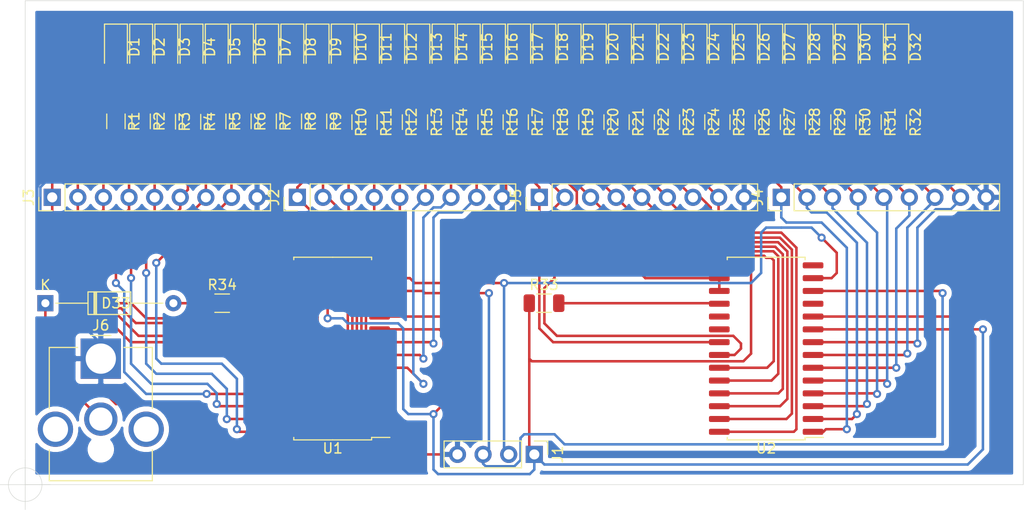
<source format=kicad_pcb>
(kicad_pcb (version 20171130) (host pcbnew "(5.1.9-0-10_14)")
  (layers (0 F.Cu signal) (31 B.Cu signal) (34 B.Paste user) (35 F.Paste user) (36 B.SilkS user) (37 F.SilkS user) (38 B.Mask user) (39 F.Mask user) (44 Edge.Cuts user))
  (net 0 "")
  (net 1 "Net-(D1-Pad2)")
  (net 2 GND)
  (net 3 "Net-(D2-Pad2)")
  (net 4 "Net-(D3-Pad2)")
  (net 5 "Net-(D4-Pad2)")
  (net 6 "Net-(D5-Pad2)")
  (net 7 "Net-(D6-Pad2)")
  (net 8 "Net-(D7-Pad2)")
  (net 9 "Net-(D8-Pad2)")
  (net 10 "Net-(D9-Pad2)")
  (net 11 "Net-(D10-Pad2)")
  (net 12 "Net-(D11-Pad2)")
  (net 13 "Net-(D12-Pad2)")
  (net 14 "Net-(D13-Pad2)")
  (net 15 "Net-(D14-Pad2)")
  (net 16 "Net-(D15-Pad2)")
  (net 17 "Net-(D16-Pad2)")
  (net 18 "Net-(D17-Pad2)")
  (net 19 "Net-(D18-Pad2)")
  (net 20 "Net-(D19-Pad2)")
  (net 21 "Net-(D20-Pad2)")
  (net 22 "Net-(D21-Pad2)")
  (net 23 "Net-(D22-Pad2)")
  (net 24 "Net-(D23-Pad2)")
  (net 25 "Net-(D24-Pad2)")
  (net 26 "Net-(D25-Pad2)")
  (net 27 "Net-(D26-Pad2)")
  (net 28 "Net-(D27-Pad2)")
  (net 29 "Net-(D28-Pad2)")
  (net 30 "Net-(D29-Pad2)")
  (net 31 "Net-(D30-Pad2)")
  (net 32 "Net-(D31-Pad2)")
  (net 33 "Net-(D32-Pad2)")
  (net 34 "Net-(J1-Pad3)")
  (net 35 "Net-(J1-Pad2)")
  (net 36 VCC)
  (net 37 "Net-(J2-Pad8)")
  (net 38 "Net-(J2-Pad7)")
  (net 39 "Net-(J2-Pad6)")
  (net 40 "Net-(J2-Pad5)")
  (net 41 "Net-(J2-Pad4)")
  (net 42 "Net-(J2-Pad3)")
  (net 43 "Net-(J2-Pad2)")
  (net 44 "Net-(J2-Pad1)")
  (net 45 "Net-(J3-Pad8)")
  (net 46 "Net-(J3-Pad7)")
  (net 47 "Net-(J3-Pad6)")
  (net 48 "Net-(J3-Pad5)")
  (net 49 "Net-(J3-Pad4)")
  (net 50 "Net-(J3-Pad3)")
  (net 51 "Net-(J3-Pad2)")
  (net 52 "Net-(J3-Pad1)")
  (net 53 "Net-(J4-Pad8)")
  (net 54 "Net-(J4-Pad7)")
  (net 55 "Net-(J4-Pad6)")
  (net 56 "Net-(J4-Pad5)")
  (net 57 "Net-(J4-Pad4)")
  (net 58 "Net-(J4-Pad3)")
  (net 59 "Net-(J4-Pad2)")
  (net 60 "Net-(J4-Pad1)")
  (net 61 "Net-(J5-Pad8)")
  (net 62 "Net-(J5-Pad7)")
  (net 63 "Net-(J5-Pad6)")
  (net 64 "Net-(J5-Pad5)")
  (net 65 "Net-(J5-Pad4)")
  (net 66 "Net-(J5-Pad3)")
  (net 67 "Net-(J5-Pad2)")
  (net 68 "Net-(J5-Pad1)")
  (net 69 "Net-(R33-Pad2)")
  (net 70 "Net-(R34-Pad2)")
  (net 71 "Net-(D33-Pad1)")
  (module Connector_PinHeader_2.54mm:PinHeader_1x04_P2.54mm_Vertical (layer F.Cu) (at 72 110 270)
    (fp_text reference J1 (at 0 -2.33 90) (layer F.SilkS))
    (fp_text value Conn_01x04_Male)
    (pad 4 thru_hole oval (at 0 7.62 270) (size 1.7 1.7) (drill 1) (layers *.Cu *.Mask) (net 2 GND))
    (pad 3 thru_hole oval (at 0 5.08 270) (size 1.7 1.7) (drill 1) (layers *.Cu *.Mask) (net 34 "Net-(J1-Pad3)"))
    (pad 2 thru_hole oval (at 0 2.54 270) (size 1.7 1.7) (drill 1) (layers *.Cu *.Mask) (net 35 "Net-(J1-Pad2)"))
    (pad 1 thru_hole rect (at 0 0 270) (size 1.7 1.7) (drill 1) (layers *.Cu *.Mask) (net 36 VCC))
  )
  (module Connector_PinHeader_2.54mm:PinHeader_1x09_P2.54mm_Vertical (layer F.Cu) (at 48.5 84.5 90)
    (fp_text reference J2 (at 0 -2.33 90) (layer F.SilkS))
    (fp_text value Conn_01x09_Male)
    (pad 9 thru_hole oval (at 0 20.32 90) (size 1.7 1.7) (drill 1) (layers *.Cu *.Mask) (net 2 GND))
    (pad 8 thru_hole oval (at 0 17.78 90) (size 1.7 1.7) (drill 1) (layers *.Cu *.Mask) (net 37 "Net-(J2-Pad8)"))
    (pad 7 thru_hole oval (at 0 15.24 90) (size 1.7 1.7) (drill 1) (layers *.Cu *.Mask) (net 38 "Net-(J2-Pad7)"))
    (pad 6 thru_hole oval (at 0 12.7 90) (size 1.7 1.7) (drill 1) (layers *.Cu *.Mask) (net 39 "Net-(J2-Pad6)"))
    (pad 5 thru_hole oval (at 0 10.16 90) (size 1.7 1.7) (drill 1) (layers *.Cu *.Mask) (net 40 "Net-(J2-Pad5)"))
    (pad 4 thru_hole oval (at 0 7.62 90) (size 1.7 1.7) (drill 1) (layers *.Cu *.Mask) (net 41 "Net-(J2-Pad4)"))
    (pad 3 thru_hole oval (at 0 5.08 90) (size 1.7 1.7) (drill 1) (layers *.Cu *.Mask) (net 42 "Net-(J2-Pad3)"))
    (pad 2 thru_hole oval (at 0 2.54 90) (size 1.7 1.7) (drill 1) (layers *.Cu *.Mask) (net 43 "Net-(J2-Pad2)"))
    (pad 1 thru_hole rect (at 0 0 90) (size 1.7 1.7) (drill 1) (layers *.Cu *.Mask) (net 44 "Net-(J2-Pad1)"))
  )
  (module Connector_BarrelJack:BarrelJack_CUI_PJ-063AH_Horizontal_CircularHoles (layer F.Cu) (at 29 100.5)
    (fp_text reference J6 (at 0 -3.3) (layer F.SilkS))
    (fp_text value Jack-DC)
    (pad "" np_thru_hole circle (at 0 9) (size 1.6 1.6) (drill 1.6) (layers *.Cu *.Mask))
    (pad MP thru_hole circle (at 4.5 7) (size 3.5 3.5) (drill 2.5) (layers *.Cu *.Mask))
    (pad MP thru_hole circle (at -4.5 7) (size 3.5 3.5) (drill 2.5) (layers *.Cu *.Mask))
    (pad 2 thru_hole circle (at 0 6) (size 3.3 3.3) (drill 2.3) (layers *.Cu *.Mask) (net 71 "Net-(D33-Pad1)"))
    (pad 1 thru_hole rect (at 0 0) (size 4 4) (drill 3) (layers *.Cu *.Mask) (net 2 GND))
  )
  (module Connector_PinHeader_2.54mm:PinHeader_1x09_P2.54mm_Vertical (layer F.Cu) (at 72.5 84.5 90)
    (fp_text reference J5 (at 0 -2.33 90) (layer F.SilkS))
    (fp_text value Conn_01x09_Male)
    (pad 9 thru_hole oval (at 0 20.32 90) (size 1.7 1.7) (drill 1) (layers *.Cu *.Mask) (net 2 GND))
    (pad 8 thru_hole oval (at 0 17.78 90) (size 1.7 1.7) (drill 1) (layers *.Cu *.Mask) (net 61 "Net-(J5-Pad8)"))
    (pad 7 thru_hole oval (at 0 15.24 90) (size 1.7 1.7) (drill 1) (layers *.Cu *.Mask) (net 62 "Net-(J5-Pad7)"))
    (pad 6 thru_hole oval (at 0 12.7 90) (size 1.7 1.7) (drill 1) (layers *.Cu *.Mask) (net 63 "Net-(J5-Pad6)"))
    (pad 5 thru_hole oval (at 0 10.16 90) (size 1.7 1.7) (drill 1) (layers *.Cu *.Mask) (net 64 "Net-(J5-Pad5)"))
    (pad 4 thru_hole oval (at 0 7.62 90) (size 1.7 1.7) (drill 1) (layers *.Cu *.Mask) (net 65 "Net-(J5-Pad4)"))
    (pad 3 thru_hole oval (at 0 5.08 90) (size 1.7 1.7) (drill 1) (layers *.Cu *.Mask) (net 66 "Net-(J5-Pad3)"))
    (pad 2 thru_hole oval (at 0 2.54 90) (size 1.7 1.7) (drill 1) (layers *.Cu *.Mask) (net 67 "Net-(J5-Pad2)"))
    (pad 1 thru_hole rect (at 0 0 90) (size 1.7 1.7) (drill 1) (layers *.Cu *.Mask) (net 68 "Net-(J5-Pad1)"))
  )
  (module Connector_PinHeader_2.54mm:PinHeader_1x09_P2.54mm_Vertical (layer F.Cu) (at 96.5 84.5 90)
    (fp_text reference J4 (at 0 -2.33 90) (layer F.SilkS))
    (fp_text value Conn_01x09_Male)
    (pad 9 thru_hole oval (at 0 20.32 90) (size 1.7 1.7) (drill 1) (layers *.Cu *.Mask) (net 2 GND))
    (pad 8 thru_hole oval (at 0 17.78 90) (size 1.7 1.7) (drill 1) (layers *.Cu *.Mask) (net 53 "Net-(J4-Pad8)"))
    (pad 7 thru_hole oval (at 0 15.24 90) (size 1.7 1.7) (drill 1) (layers *.Cu *.Mask) (net 54 "Net-(J4-Pad7)"))
    (pad 6 thru_hole oval (at 0 12.7 90) (size 1.7 1.7) (drill 1) (layers *.Cu *.Mask) (net 55 "Net-(J4-Pad6)"))
    (pad 5 thru_hole oval (at 0 10.16 90) (size 1.7 1.7) (drill 1) (layers *.Cu *.Mask) (net 56 "Net-(J4-Pad5)"))
    (pad 4 thru_hole oval (at 0 7.62 90) (size 1.7 1.7) (drill 1) (layers *.Cu *.Mask) (net 57 "Net-(J4-Pad4)"))
    (pad 3 thru_hole oval (at 0 5.08 90) (size 1.7 1.7) (drill 1) (layers *.Cu *.Mask) (net 58 "Net-(J4-Pad3)"))
    (pad 2 thru_hole oval (at 0 2.54 90) (size 1.7 1.7) (drill 1) (layers *.Cu *.Mask) (net 59 "Net-(J4-Pad2)"))
    (pad 1 thru_hole rect (at 0 0 90) (size 1.7 1.7) (drill 1) (layers *.Cu *.Mask) (net 60 "Net-(J4-Pad1)"))
  )
  (module Connector_PinHeader_2.54mm:PinHeader_1x09_P2.54mm_Vertical (layer F.Cu) (at 24.18 84.5 90)
    (fp_text reference J3 (at 0 -2.33 90) (layer F.SilkS))
    (fp_text value Conn_01x09_Male)
    (pad 9 thru_hole oval (at 0 20.32 90) (size 1.7 1.7) (drill 1) (layers *.Cu *.Mask) (net 2 GND))
    (pad 8 thru_hole oval (at 0 17.78 90) (size 1.7 1.7) (drill 1) (layers *.Cu *.Mask) (net 45 "Net-(J3-Pad8)"))
    (pad 7 thru_hole oval (at 0 15.24 90) (size 1.7 1.7) (drill 1) (layers *.Cu *.Mask) (net 46 "Net-(J3-Pad7)"))
    (pad 6 thru_hole oval (at 0 12.7 90) (size 1.7 1.7) (drill 1) (layers *.Cu *.Mask) (net 47 "Net-(J3-Pad6)"))
    (pad 5 thru_hole oval (at 0 10.16 90) (size 1.7 1.7) (drill 1) (layers *.Cu *.Mask) (net 48 "Net-(J3-Pad5)"))
    (pad 4 thru_hole oval (at 0 7.62 90) (size 1.7 1.7) (drill 1) (layers *.Cu *.Mask) (net 49 "Net-(J3-Pad4)"))
    (pad 3 thru_hole oval (at 0 5.08 90) (size 1.7 1.7) (drill 1) (layers *.Cu *.Mask) (net 50 "Net-(J3-Pad3)"))
    (pad 2 thru_hole oval (at 0 2.54 90) (size 1.7 1.7) (drill 1) (layers *.Cu *.Mask) (net 51 "Net-(J3-Pad2)"))
    (pad 1 thru_hole rect (at 0 0 90) (size 1.7 1.7) (drill 1) (layers *.Cu *.Mask) (net 52 "Net-(J3-Pad1)"))
  )
  (module Diode_THT:D_DO-35_SOD27_P12.70mm_Horizontal (layer F.Cu) (at 23.5 95)
    (fp_text reference D33 (at 7 0) (layer F.SilkS))
    (fp_text value DIODE)
    (fp_text user K (at 0 -1.8) (layer F.SilkS))
    (pad 2 thru_hole oval (at 12.7 0) (size 1.6 1.6) (drill 0.8) (layers *.Cu *.Mask) (net 36 VCC))
    (pad 1 thru_hole rect (at 0 0) (size 1.6 1.6) (drill 0.8) (layers *.Cu *.Mask) (net 71 "Net-(D33-Pad1)"))
  )
  (module Package_SO:SOIC-28W_7.5x17.9mm_P1.27mm (layer F.Cu) (at 95 99.5 180)
    (fp_text reference U2 (at 0 -9.9) (layer F.SilkS))
    (fp_text value MCP23017_SO)
    (pad 28 smd roundrect (at 4.65 -8.255 180) (size 2.05 0.6) (layers F.Cu F.Paste F.Mask) (net 61 "Net-(J5-Pad8)"))
    (pad 27 smd roundrect (at 4.65 -6.985 180) (size 2.05 0.6) (layers F.Cu F.Paste F.Mask) (net 62 "Net-(J5-Pad7)"))
    (pad 26 smd roundrect (at 4.65 -5.715 180) (size 2.05 0.6) (layers F.Cu F.Paste F.Mask) (net 63 "Net-(J5-Pad6)"))
    (pad 25 smd roundrect (at 4.65 -4.445 180) (size 2.05 0.6) (layers F.Cu F.Paste F.Mask) (net 64 "Net-(J5-Pad5)"))
    (pad 24 smd roundrect (at 4.65 -3.175 180) (size 2.05 0.6) (layers F.Cu F.Paste F.Mask) (net 65 "Net-(J5-Pad4)"))
    (pad 23 smd roundrect (at 4.65 -1.905 180) (size 2.05 0.6) (layers F.Cu F.Paste F.Mask) (net 66 "Net-(J5-Pad3)"))
    (pad 22 smd roundrect (at 4.65 -0.635 180) (size 2.05 0.6) (layers F.Cu F.Paste F.Mask) (net 67 "Net-(J5-Pad2)"))
    (pad 21 smd roundrect (at 4.65 0.635 180) (size 2.05 0.6) (layers F.Cu F.Paste F.Mask) (net 68 "Net-(J5-Pad1)"))
    (pad 20 smd roundrect (at 4.65 1.905 180) (size 2.05 0.6) (layers F.Cu F.Paste F.Mask))
    (pad 19 smd roundrect (at 4.65 3.175 180) (size 2.05 0.6) (layers F.Cu F.Paste F.Mask))
    (pad 18 smd roundrect (at 4.65 4.445 180) (size 2.05 0.6) (layers F.Cu F.Paste F.Mask) (net 69 "Net-(R33-Pad2)"))
    (pad 17 smd roundrect (at 4.65 5.715 180) (size 2.05 0.6) (layers F.Cu F.Paste F.Mask) (net 2 GND))
    (pad 16 smd roundrect (at 4.65 6.985 180) (size 2.05 0.6) (layers F.Cu F.Paste F.Mask) (net 2 GND))
    (pad 15 smd roundrect (at 4.65 8.255 180) (size 2.05 0.6) (layers F.Cu F.Paste F.Mask) (net 36 VCC))
    (pad 14 smd roundrect (at -4.65 8.255 180) (size 2.05 0.6) (layers F.Cu F.Paste F.Mask))
    (pad 13 smd roundrect (at -4.65 6.985 180) (size 2.05 0.6) (layers F.Cu F.Paste F.Mask) (net 35 "Net-(J1-Pad2)"))
    (pad 12 smd roundrect (at -4.65 5.715 180) (size 2.05 0.6) (layers F.Cu F.Paste F.Mask) (net 34 "Net-(J1-Pad3)"))
    (pad 11 smd roundrect (at -4.65 4.445 180) (size 2.05 0.6) (layers F.Cu F.Paste F.Mask))
    (pad 10 smd roundrect (at -4.65 3.175 180) (size 2.05 0.6) (layers F.Cu F.Paste F.Mask) (net 2 GND))
    (pad 9 smd roundrect (at -4.65 1.905 180) (size 2.05 0.6) (layers F.Cu F.Paste F.Mask) (net 36 VCC))
    (pad 8 smd roundrect (at -4.65 0.635 180) (size 2.05 0.6) (layers F.Cu F.Paste F.Mask) (net 53 "Net-(J4-Pad8)"))
    (pad 7 smd roundrect (at -4.65 -0.635 180) (size 2.05 0.6) (layers F.Cu F.Paste F.Mask) (net 54 "Net-(J4-Pad7)"))
    (pad 6 smd roundrect (at -4.65 -1.905 180) (size 2.05 0.6) (layers F.Cu F.Paste F.Mask) (net 55 "Net-(J4-Pad6)"))
    (pad 5 smd roundrect (at -4.65 -3.175 180) (size 2.05 0.6) (layers F.Cu F.Paste F.Mask) (net 56 "Net-(J4-Pad5)"))
    (pad 4 smd roundrect (at -4.65 -4.445 180) (size 2.05 0.6) (layers F.Cu F.Paste F.Mask) (net 57 "Net-(J4-Pad4)"))
    (pad 3 smd roundrect (at -4.65 -5.715 180) (size 2.05 0.6) (layers F.Cu F.Paste F.Mask) (net 58 "Net-(J4-Pad3)"))
    (pad 2 smd roundrect (at -4.65 -6.985 180) (size 2.05 0.6) (layers F.Cu F.Paste F.Mask) (net 59 "Net-(J4-Pad2)"))
    (pad 1 smd roundrect (at -4.65 -8.255 180) (size 2.05 0.6) (layers F.Cu F.Paste F.Mask) (net 60 "Net-(J4-Pad1)"))
  )
  (module Package_SO:SOIC-28W_7.5x17.9mm_P1.27mm (layer F.Cu) (at 52 99.5 180)
    (fp_text reference U1 (at 0 -9.9) (layer F.SilkS))
    (fp_text value MCP23017_SO)
    (pad 28 smd roundrect (at 4.65 -8.255 180) (size 2.05 0.6) (layers F.Cu F.Paste F.Mask) (net 45 "Net-(J3-Pad8)"))
    (pad 27 smd roundrect (at 4.65 -6.985 180) (size 2.05 0.6) (layers F.Cu F.Paste F.Mask) (net 46 "Net-(J3-Pad7)"))
    (pad 26 smd roundrect (at 4.65 -5.715 180) (size 2.05 0.6) (layers F.Cu F.Paste F.Mask) (net 47 "Net-(J3-Pad6)"))
    (pad 25 smd roundrect (at 4.65 -4.445 180) (size 2.05 0.6) (layers F.Cu F.Paste F.Mask) (net 48 "Net-(J3-Pad5)"))
    (pad 24 smd roundrect (at 4.65 -3.175 180) (size 2.05 0.6) (layers F.Cu F.Paste F.Mask) (net 49 "Net-(J3-Pad4)"))
    (pad 23 smd roundrect (at 4.65 -1.905 180) (size 2.05 0.6) (layers F.Cu F.Paste F.Mask) (net 50 "Net-(J3-Pad3)"))
    (pad 22 smd roundrect (at 4.65 -0.635 180) (size 2.05 0.6) (layers F.Cu F.Paste F.Mask) (net 51 "Net-(J3-Pad2)"))
    (pad 21 smd roundrect (at 4.65 0.635 180) (size 2.05 0.6) (layers F.Cu F.Paste F.Mask) (net 52 "Net-(J3-Pad1)"))
    (pad 20 smd roundrect (at 4.65 1.905 180) (size 2.05 0.6) (layers F.Cu F.Paste F.Mask))
    (pad 19 smd roundrect (at 4.65 3.175 180) (size 2.05 0.6) (layers F.Cu F.Paste F.Mask))
    (pad 18 smd roundrect (at 4.65 4.445 180) (size 2.05 0.6) (layers F.Cu F.Paste F.Mask) (net 70 "Net-(R34-Pad2)"))
    (pad 17 smd roundrect (at 4.65 5.715 180) (size 2.05 0.6) (layers F.Cu F.Paste F.Mask) (net 2 GND))
    (pad 16 smd roundrect (at 4.65 6.985 180) (size 2.05 0.6) (layers F.Cu F.Paste F.Mask) (net 2 GND))
    (pad 15 smd roundrect (at 4.65 8.255 180) (size 2.05 0.6) (layers F.Cu F.Paste F.Mask) (net 2 GND))
    (pad 14 smd roundrect (at -4.65 8.255 180) (size 2.05 0.6) (layers F.Cu F.Paste F.Mask))
    (pad 13 smd roundrect (at -4.65 6.985 180) (size 2.05 0.6) (layers F.Cu F.Paste F.Mask) (net 35 "Net-(J1-Pad2)"))
    (pad 12 smd roundrect (at -4.65 5.715 180) (size 2.05 0.6) (layers F.Cu F.Paste F.Mask) (net 34 "Net-(J1-Pad3)"))
    (pad 11 smd roundrect (at -4.65 4.445 180) (size 2.05 0.6) (layers F.Cu F.Paste F.Mask))
    (pad 10 smd roundrect (at -4.65 3.175 180) (size 2.05 0.6) (layers F.Cu F.Paste F.Mask) (net 2 GND))
    (pad 9 smd roundrect (at -4.65 1.905 180) (size 2.05 0.6) (layers F.Cu F.Paste F.Mask) (net 36 VCC))
    (pad 8 smd roundrect (at -4.65 0.635 180) (size 2.05 0.6) (layers F.Cu F.Paste F.Mask) (net 37 "Net-(J2-Pad8)"))
    (pad 7 smd roundrect (at -4.65 -0.635 180) (size 2.05 0.6) (layers F.Cu F.Paste F.Mask) (net 38 "Net-(J2-Pad7)"))
    (pad 6 smd roundrect (at -4.65 -1.905 180) (size 2.05 0.6) (layers F.Cu F.Paste F.Mask) (net 39 "Net-(J2-Pad6)"))
    (pad 5 smd roundrect (at -4.65 -3.175 180) (size 2.05 0.6) (layers F.Cu F.Paste F.Mask) (net 40 "Net-(J2-Pad5)"))
    (pad 4 smd roundrect (at -4.65 -4.445 180) (size 2.05 0.6) (layers F.Cu F.Paste F.Mask) (net 41 "Net-(J2-Pad4)"))
    (pad 3 smd roundrect (at -4.65 -5.715 180) (size 2.05 0.6) (layers F.Cu F.Paste F.Mask) (net 42 "Net-(J2-Pad3)"))
    (pad 2 smd roundrect (at -4.65 -6.985 180) (size 2.05 0.6) (layers F.Cu F.Paste F.Mask) (net 43 "Net-(J2-Pad2)"))
    (pad 1 smd roundrect (at -4.65 -8.255 180) (size 2.05 0.6) (layers F.Cu F.Paste F.Mask) (net 44 "Net-(J2-Pad1)"))
  )
  (module Resistor_SMD:R_1206_3216Metric (layer F.Cu) (at 41.0375 95)
    (fp_text reference R34 (at 0 -1.82) (layer F.SilkS))
    (fp_text value 10K)
    (pad 2 smd roundrect (at 1.4625 0) (size 1.125 1.75) (layers F.Cu F.Paste F.Mask) (roundrect_rratio 0.2222204444444444) (net 70 "Net-(R34-Pad2)"))
    (pad 1 smd roundrect (at -1.4625 0) (size 1.125 1.75) (layers F.Cu F.Paste F.Mask) (roundrect_rratio 0.2222204444444444) (net 36 VCC))
  )
  (module Resistor_SMD:R_1206_3216Metric (layer F.Cu) (at 72.9625 95)
    (fp_text reference R33 (at 0 -1.82) (layer F.SilkS))
    (fp_text value 10K)
    (pad 2 smd roundrect (at 1.4625 0) (size 1.125 1.75) (layers F.Cu F.Paste F.Mask) (roundrect_rratio 0.2222204444444444) (net 69 "Net-(R33-Pad2)"))
    (pad 1 smd roundrect (at -1.4625 0) (size 1.125 1.75) (layers F.Cu F.Paste F.Mask) (roundrect_rratio 0.2222204444444444) (net 36 VCC))
  )
  (module Resistor_SMD:R_1206_3216Metric (layer F.Cu) (at 108 77.0375 270)
    (fp_text reference R32 (at 0 -1.82 90) (layer F.SilkS))
    (fp_text value 220)
    (pad 2 smd roundrect (at 1.4625 0 270) (size 1.125 1.75) (layers F.Cu F.Paste F.Mask) (roundrect_rratio 0.2222204444444444) (net 53 "Net-(J4-Pad8)"))
    (pad 1 smd roundrect (at -1.4625 0 270) (size 1.125 1.75) (layers F.Cu F.Paste F.Mask) (roundrect_rratio 0.2222204444444444) (net 33 "Net-(D32-Pad2)"))
  )
  (module Resistor_SMD:R_1206_3216Metric (layer F.Cu) (at 105.5 77.0375 270)
    (fp_text reference R31 (at 0 -1.82 90) (layer F.SilkS))
    (fp_text value 220)
    (pad 2 smd roundrect (at 1.4625 0 270) (size 1.125 1.75) (layers F.Cu F.Paste F.Mask) (roundrect_rratio 0.2222204444444444) (net 54 "Net-(J4-Pad7)"))
    (pad 1 smd roundrect (at -1.4625 0 270) (size 1.125 1.75) (layers F.Cu F.Paste F.Mask) (roundrect_rratio 0.2222204444444444) (net 32 "Net-(D31-Pad2)"))
  )
  (module Resistor_SMD:R_1206_3216Metric (layer F.Cu) (at 103 77.0375 270)
    (fp_text reference R30 (at 0 -1.82 90) (layer F.SilkS))
    (fp_text value 220)
    (pad 2 smd roundrect (at 1.4625 0 270) (size 1.125 1.75) (layers F.Cu F.Paste F.Mask) (roundrect_rratio 0.2222204444444444) (net 55 "Net-(J4-Pad6)"))
    (pad 1 smd roundrect (at -1.4625 0 270) (size 1.125 1.75) (layers F.Cu F.Paste F.Mask) (roundrect_rratio 0.2222204444444444) (net 31 "Net-(D30-Pad2)"))
  )
  (module Resistor_SMD:R_1206_3216Metric (layer F.Cu) (at 100.5 77.0375 270)
    (fp_text reference R29 (at 0 -1.82 90) (layer F.SilkS))
    (fp_text value 220)
    (pad 2 smd roundrect (at 1.4625 0 270) (size 1.125 1.75) (layers F.Cu F.Paste F.Mask) (roundrect_rratio 0.2222204444444444) (net 56 "Net-(J4-Pad5)"))
    (pad 1 smd roundrect (at -1.4625 0 270) (size 1.125 1.75) (layers F.Cu F.Paste F.Mask) (roundrect_rratio 0.2222204444444444) (net 30 "Net-(D29-Pad2)"))
  )
  (module Resistor_SMD:R_1206_3216Metric (layer F.Cu) (at 98 77.0375 270)
    (fp_text reference R28 (at 0 -1.82 90) (layer F.SilkS))
    (fp_text value 220)
    (pad 2 smd roundrect (at 1.4625 0 270) (size 1.125 1.75) (layers F.Cu F.Paste F.Mask) (roundrect_rratio 0.2222204444444444) (net 57 "Net-(J4-Pad4)"))
    (pad 1 smd roundrect (at -1.4625 0 270) (size 1.125 1.75) (layers F.Cu F.Paste F.Mask) (roundrect_rratio 0.2222204444444444) (net 29 "Net-(D28-Pad2)"))
  )
  (module Resistor_SMD:R_1206_3216Metric (layer F.Cu) (at 95.5 77.0375 270)
    (fp_text reference R27 (at 0 -1.82 90) (layer F.SilkS))
    (fp_text value 220)
    (pad 2 smd roundrect (at 1.4625 0 270) (size 1.125 1.75) (layers F.Cu F.Paste F.Mask) (roundrect_rratio 0.2222204444444444) (net 58 "Net-(J4-Pad3)"))
    (pad 1 smd roundrect (at -1.4625 0 270) (size 1.125 1.75) (layers F.Cu F.Paste F.Mask) (roundrect_rratio 0.2222204444444444) (net 28 "Net-(D27-Pad2)"))
  )
  (module Resistor_SMD:R_1206_3216Metric (layer F.Cu) (at 93 77.0375 270)
    (fp_text reference R26 (at 0 -1.82 90) (layer F.SilkS))
    (fp_text value 220)
    (pad 2 smd roundrect (at 1.4625 0 270) (size 1.125 1.75) (layers F.Cu F.Paste F.Mask) (roundrect_rratio 0.2222204444444444) (net 59 "Net-(J4-Pad2)"))
    (pad 1 smd roundrect (at -1.4625 0 270) (size 1.125 1.75) (layers F.Cu F.Paste F.Mask) (roundrect_rratio 0.2222204444444444) (net 27 "Net-(D26-Pad2)"))
  )
  (module Resistor_SMD:R_1206_3216Metric (layer F.Cu) (at 90.5 77.0375 270)
    (fp_text reference R25 (at 0 -1.82 90) (layer F.SilkS))
    (fp_text value 220)
    (pad 2 smd roundrect (at 1.4625 0 270) (size 1.125 1.75) (layers F.Cu F.Paste F.Mask) (roundrect_rratio 0.2222204444444444) (net 60 "Net-(J4-Pad1)"))
    (pad 1 smd roundrect (at -1.4625 0 270) (size 1.125 1.75) (layers F.Cu F.Paste F.Mask) (roundrect_rratio 0.2222204444444444) (net 26 "Net-(D25-Pad2)"))
  )
  (module Resistor_SMD:R_1206_3216Metric (layer F.Cu) (at 88 77.0375 270)
    (fp_text reference R24 (at 0 -1.82 90) (layer F.SilkS))
    (fp_text value 220)
    (pad 2 smd roundrect (at 1.4625 0 270) (size 1.125 1.75) (layers F.Cu F.Paste F.Mask) (roundrect_rratio 0.2222204444444444) (net 61 "Net-(J5-Pad8)"))
    (pad 1 smd roundrect (at -1.4625 0 270) (size 1.125 1.75) (layers F.Cu F.Paste F.Mask) (roundrect_rratio 0.2222204444444444) (net 25 "Net-(D24-Pad2)"))
  )
  (module Resistor_SMD:R_1206_3216Metric (layer F.Cu) (at 85.5 77.0375 270)
    (fp_text reference R23 (at 0 -1.82 90) (layer F.SilkS))
    (fp_text value 220)
    (pad 2 smd roundrect (at 1.4625 0 270) (size 1.125 1.75) (layers F.Cu F.Paste F.Mask) (roundrect_rratio 0.2222204444444444) (net 62 "Net-(J5-Pad7)"))
    (pad 1 smd roundrect (at -1.4625 0 270) (size 1.125 1.75) (layers F.Cu F.Paste F.Mask) (roundrect_rratio 0.2222204444444444) (net 24 "Net-(D23-Pad2)"))
  )
  (module Resistor_SMD:R_1206_3216Metric (layer F.Cu) (at 83 77.0375 270)
    (fp_text reference R22 (at 0 -1.82 90) (layer F.SilkS))
    (fp_text value 220)
    (pad 2 smd roundrect (at 1.4625 0 270) (size 1.125 1.75) (layers F.Cu F.Paste F.Mask) (roundrect_rratio 0.2222204444444444) (net 63 "Net-(J5-Pad6)"))
    (pad 1 smd roundrect (at -1.4625 0 270) (size 1.125 1.75) (layers F.Cu F.Paste F.Mask) (roundrect_rratio 0.2222204444444444) (net 23 "Net-(D22-Pad2)"))
  )
  (module Resistor_SMD:R_1206_3216Metric (layer F.Cu) (at 80.5 77.0375 270)
    (fp_text reference R21 (at 0 -1.82 90) (layer F.SilkS))
    (fp_text value 220)
    (pad 2 smd roundrect (at 1.4625 0 270) (size 1.125 1.75) (layers F.Cu F.Paste F.Mask) (roundrect_rratio 0.2222204444444444) (net 64 "Net-(J5-Pad5)"))
    (pad 1 smd roundrect (at -1.4625 0 270) (size 1.125 1.75) (layers F.Cu F.Paste F.Mask) (roundrect_rratio 0.2222204444444444) (net 22 "Net-(D21-Pad2)"))
  )
  (module Resistor_SMD:R_1206_3216Metric (layer F.Cu) (at 78 77.0375 270)
    (fp_text reference R20 (at 0 -1.82 90) (layer F.SilkS))
    (fp_text value 220)
    (pad 2 smd roundrect (at 1.4625 0 270) (size 1.125 1.75) (layers F.Cu F.Paste F.Mask) (roundrect_rratio 0.2222204444444444) (net 65 "Net-(J5-Pad4)"))
    (pad 1 smd roundrect (at -1.4625 0 270) (size 1.125 1.75) (layers F.Cu F.Paste F.Mask) (roundrect_rratio 0.2222204444444444) (net 21 "Net-(D20-Pad2)"))
  )
  (module Resistor_SMD:R_1206_3216Metric (layer F.Cu) (at 75.5 77.0375 270)
    (fp_text reference R19 (at 0 -1.82 90) (layer F.SilkS))
    (fp_text value 220)
    (pad 2 smd roundrect (at 1.4625 0 270) (size 1.125 1.75) (layers F.Cu F.Paste F.Mask) (roundrect_rratio 0.2222204444444444) (net 66 "Net-(J5-Pad3)"))
    (pad 1 smd roundrect (at -1.4625 0 270) (size 1.125 1.75) (layers F.Cu F.Paste F.Mask) (roundrect_rratio 0.2222204444444444) (net 20 "Net-(D19-Pad2)"))
  )
  (module Resistor_SMD:R_1206_3216Metric (layer F.Cu) (at 73 77.0375 270)
    (fp_text reference R18 (at 0 -1.82 90) (layer F.SilkS))
    (fp_text value 220)
    (pad 2 smd roundrect (at 1.4625 0 270) (size 1.125 1.75) (layers F.Cu F.Paste F.Mask) (roundrect_rratio 0.2222204444444444) (net 67 "Net-(J5-Pad2)"))
    (pad 1 smd roundrect (at -1.4625 0 270) (size 1.125 1.75) (layers F.Cu F.Paste F.Mask) (roundrect_rratio 0.2222204444444444) (net 19 "Net-(D18-Pad2)"))
  )
  (module Resistor_SMD:R_1206_3216Metric (layer F.Cu) (at 70.5 77.0375 270)
    (fp_text reference R17 (at 0 -1.82 90) (layer F.SilkS))
    (fp_text value 220)
    (pad 2 smd roundrect (at 1.4625 0 270) (size 1.125 1.75) (layers F.Cu F.Paste F.Mask) (roundrect_rratio 0.2222204444444444) (net 68 "Net-(J5-Pad1)"))
    (pad 1 smd roundrect (at -1.4625 0 270) (size 1.125 1.75) (layers F.Cu F.Paste F.Mask) (roundrect_rratio 0.2222204444444444) (net 18 "Net-(D17-Pad2)"))
  )
  (module Resistor_SMD:R_1206_3216Metric (layer F.Cu) (at 68 77.0375 270)
    (fp_text reference R16 (at 0 -1.82 90) (layer F.SilkS))
    (fp_text value 220)
    (pad 2 smd roundrect (at 1.4625 0 270) (size 1.125 1.75) (layers F.Cu F.Paste F.Mask) (roundrect_rratio 0.2222204444444444) (net 37 "Net-(J2-Pad8)"))
    (pad 1 smd roundrect (at -1.4625 0 270) (size 1.125 1.75) (layers F.Cu F.Paste F.Mask) (roundrect_rratio 0.2222204444444444) (net 17 "Net-(D16-Pad2)"))
  )
  (module Resistor_SMD:R_1206_3216Metric (layer F.Cu) (at 65.5 77.0375 270)
    (fp_text reference R15 (at 0 -1.82 90) (layer F.SilkS))
    (fp_text value 220)
    (pad 2 smd roundrect (at 1.4625 0 270) (size 1.125 1.75) (layers F.Cu F.Paste F.Mask) (roundrect_rratio 0.2222204444444444) (net 38 "Net-(J2-Pad7)"))
    (pad 1 smd roundrect (at -1.4625 0 270) (size 1.125 1.75) (layers F.Cu F.Paste F.Mask) (roundrect_rratio 0.2222204444444444) (net 16 "Net-(D15-Pad2)"))
  )
  (module Resistor_SMD:R_1206_3216Metric (layer F.Cu) (at 63 77.0375 270)
    (fp_text reference R14 (at 0 -1.82 90) (layer F.SilkS))
    (fp_text value 220)
    (pad 2 smd roundrect (at 1.4625 0 270) (size 1.125 1.75) (layers F.Cu F.Paste F.Mask) (roundrect_rratio 0.2222204444444444) (net 39 "Net-(J2-Pad6)"))
    (pad 1 smd roundrect (at -1.4625 0 270) (size 1.125 1.75) (layers F.Cu F.Paste F.Mask) (roundrect_rratio 0.2222204444444444) (net 15 "Net-(D14-Pad2)"))
  )
  (module Resistor_SMD:R_1206_3216Metric (layer F.Cu) (at 60.5 77.0375 270)
    (fp_text reference R13 (at 0 -1.82 90) (layer F.SilkS))
    (fp_text value 220)
    (pad 2 smd roundrect (at 1.4625 0 270) (size 1.125 1.75) (layers F.Cu F.Paste F.Mask) (roundrect_rratio 0.2222204444444444) (net 40 "Net-(J2-Pad5)"))
    (pad 1 smd roundrect (at -1.4625 0 270) (size 1.125 1.75) (layers F.Cu F.Paste F.Mask) (roundrect_rratio 0.2222204444444444) (net 14 "Net-(D13-Pad2)"))
  )
  (module Resistor_SMD:R_1206_3216Metric (layer F.Cu) (at 58 77.0375 270)
    (fp_text reference R12 (at 0 -1.82 90) (layer F.SilkS))
    (fp_text value 220)
    (pad 2 smd roundrect (at 1.4625 0 270) (size 1.125 1.75) (layers F.Cu F.Paste F.Mask) (roundrect_rratio 0.2222204444444444) (net 41 "Net-(J2-Pad4)"))
    (pad 1 smd roundrect (at -1.4625 0 270) (size 1.125 1.75) (layers F.Cu F.Paste F.Mask) (roundrect_rratio 0.2222204444444444) (net 13 "Net-(D12-Pad2)"))
  )
  (module Resistor_SMD:R_1206_3216Metric (layer F.Cu) (at 55.5 77.0375 270)
    (fp_text reference R11 (at 0 -1.82 90) (layer F.SilkS))
    (fp_text value 220)
    (pad 2 smd roundrect (at 1.4625 0 270) (size 1.125 1.75) (layers F.Cu F.Paste F.Mask) (roundrect_rratio 0.2222204444444444) (net 42 "Net-(J2-Pad3)"))
    (pad 1 smd roundrect (at -1.4625 0 270) (size 1.125 1.75) (layers F.Cu F.Paste F.Mask) (roundrect_rratio 0.2222204444444444) (net 12 "Net-(D11-Pad2)"))
  )
  (module Resistor_SMD:R_1206_3216Metric (layer F.Cu) (at 53 77.0375 270)
    (fp_text reference R10 (at 0 -1.82 90) (layer F.SilkS))
    (fp_text value 220)
    (pad 2 smd roundrect (at 1.4625 0 270) (size 1.125 1.75) (layers F.Cu F.Paste F.Mask) (roundrect_rratio 0.2222204444444444) (net 43 "Net-(J2-Pad2)"))
    (pad 1 smd roundrect (at -1.4625 0 270) (size 1.125 1.75) (layers F.Cu F.Paste F.Mask) (roundrect_rratio 0.2222204444444444) (net 11 "Net-(D10-Pad2)"))
  )
  (module Resistor_SMD:R_1206_3216Metric (layer F.Cu) (at 50.5 76.9625 270)
    (fp_text reference R9 (at 0 -1.82 90) (layer F.SilkS))
    (fp_text value 220)
    (pad 2 smd roundrect (at 1.4625 0 270) (size 1.125 1.75) (layers F.Cu F.Paste F.Mask) (roundrect_rratio 0.2222204444444444) (net 44 "Net-(J2-Pad1)"))
    (pad 1 smd roundrect (at -1.4625 0 270) (size 1.125 1.75) (layers F.Cu F.Paste F.Mask) (roundrect_rratio 0.2222204444444444) (net 10 "Net-(D9-Pad2)"))
  )
  (module Resistor_SMD:R_1206_3216Metric (layer F.Cu) (at 48 76.9625 270)
    (fp_text reference R8 (at 0 -1.82 90) (layer F.SilkS))
    (fp_text value 220)
    (pad 2 smd roundrect (at 1.4625 0 270) (size 1.125 1.75) (layers F.Cu F.Paste F.Mask) (roundrect_rratio 0.2222204444444444) (net 45 "Net-(J3-Pad8)"))
    (pad 1 smd roundrect (at -1.4625 0 270) (size 1.125 1.75) (layers F.Cu F.Paste F.Mask) (roundrect_rratio 0.2222204444444444) (net 9 "Net-(D8-Pad2)"))
  )
  (module Resistor_SMD:R_1206_3216Metric (layer F.Cu) (at 45.5 76.9625 270)
    (fp_text reference R7 (at 0 -1.82 90) (layer F.SilkS))
    (fp_text value 220)
    (pad 2 smd roundrect (at 1.4625 0 270) (size 1.125 1.75) (layers F.Cu F.Paste F.Mask) (roundrect_rratio 0.2222204444444444) (net 46 "Net-(J3-Pad7)"))
    (pad 1 smd roundrect (at -1.4625 0 270) (size 1.125 1.75) (layers F.Cu F.Paste F.Mask) (roundrect_rratio 0.2222204444444444) (net 8 "Net-(D7-Pad2)"))
  )
  (module Resistor_SMD:R_1206_3216Metric (layer F.Cu) (at 43 76.9625 270)
    (fp_text reference R6 (at 0 -1.82 90) (layer F.SilkS))
    (fp_text value 220)
    (pad 2 smd roundrect (at 1.4625 0 270) (size 1.125 1.75) (layers F.Cu F.Paste F.Mask) (roundrect_rratio 0.2222204444444444) (net 47 "Net-(J3-Pad6)"))
    (pad 1 smd roundrect (at -1.4625 0 270) (size 1.125 1.75) (layers F.Cu F.Paste F.Mask) (roundrect_rratio 0.2222204444444444) (net 7 "Net-(D6-Pad2)"))
  )
  (module Resistor_SMD:R_1206_3216Metric (layer F.Cu) (at 40.5 76.9625 270)
    (fp_text reference R5 (at 0 -1.82 90) (layer F.SilkS))
    (fp_text value 220)
    (pad 2 smd roundrect (at 1.4625 0 270) (size 1.125 1.75) (layers F.Cu F.Paste F.Mask) (roundrect_rratio 0.2222204444444444) (net 48 "Net-(J3-Pad5)"))
    (pad 1 smd roundrect (at -1.4625 0 270) (size 1.125 1.75) (layers F.Cu F.Paste F.Mask) (roundrect_rratio 0.2222204444444444) (net 6 "Net-(D5-Pad2)"))
  )
  (module Resistor_SMD:R_1206_3216Metric (layer F.Cu) (at 38 77 270)
    (fp_text reference R4 (at 0 -1.82 90) (layer F.SilkS))
    (fp_text value 220)
    (pad 2 smd roundrect (at 1.4625 0 270) (size 1.125 1.75) (layers F.Cu F.Paste F.Mask) (roundrect_rratio 0.2222204444444444) (net 49 "Net-(J3-Pad4)"))
    (pad 1 smd roundrect (at -1.4625 0 270) (size 1.125 1.75) (layers F.Cu F.Paste F.Mask) (roundrect_rratio 0.2222204444444444) (net 5 "Net-(D4-Pad2)"))
  )
  (module Resistor_SMD:R_1206_3216Metric (layer F.Cu) (at 35.5 77 270)
    (fp_text reference R3 (at 0 -1.82 90) (layer F.SilkS))
    (fp_text value 220)
    (pad 2 smd roundrect (at 1.4625 0 270) (size 1.125 1.75) (layers F.Cu F.Paste F.Mask) (roundrect_rratio 0.2222204444444444) (net 50 "Net-(J3-Pad3)"))
    (pad 1 smd roundrect (at -1.4625 0 270) (size 1.125 1.75) (layers F.Cu F.Paste F.Mask) (roundrect_rratio 0.2222204444444444) (net 4 "Net-(D3-Pad2)"))
  )
  (module Resistor_SMD:R_1206_3216Metric (layer F.Cu) (at 33 76.9625 270)
    (fp_text reference R2 (at 0 -1.82 90) (layer F.SilkS))
    (fp_text value 220)
    (pad 2 smd roundrect (at 1.4625 0 270) (size 1.125 1.75) (layers F.Cu F.Paste F.Mask) (roundrect_rratio 0.2222204444444444) (net 51 "Net-(J3-Pad2)"))
    (pad 1 smd roundrect (at -1.4625 0 270) (size 1.125 1.75) (layers F.Cu F.Paste F.Mask) (roundrect_rratio 0.2222204444444444) (net 3 "Net-(D2-Pad2)"))
  )
  (module Resistor_SMD:R_1206_3216Metric (layer F.Cu) (at 30.5 76.9625 270)
    (fp_text reference R1 (at 0 -1.82 90) (layer F.SilkS))
    (fp_text value 220)
    (pad 2 smd roundrect (at 1.4625 0 270) (size 1.125 1.75) (layers F.Cu F.Paste F.Mask) (roundrect_rratio 0.2222204444444444) (net 52 "Net-(J3-Pad1)"))
    (pad 1 smd roundrect (at -1.4625 0 270) (size 1.125 1.75) (layers F.Cu F.Paste F.Mask) (roundrect_rratio 0.2222204444444444) (net 1 "Net-(D1-Pad2)"))
  )
  (module LED_SMD:LED_1206_3216Metric (layer F.Cu) (at 108 69.6 270)
    (fp_text reference D32 (at 0 -1.82 90) (layer F.SilkS))
    (fp_text value LED)
    (pad 2 smd roundrect (at 1.4 0 270) (size 1.25 1.75) (layers F.Cu F.Paste F.Mask) (roundrect_rratio 0.2) (net 33 "Net-(D32-Pad2)"))
    (pad 1 smd roundrect (at -1.4 0 270) (size 1.25 1.75) (layers F.Cu F.Paste F.Mask) (roundrect_rratio 0.2) (net 2 GND))
  )
  (module LED_SMD:LED_1206_3216Metric (layer F.Cu) (at 105.5 69.6 270)
    (fp_text reference D31 (at 0 -1.82 90) (layer F.SilkS))
    (fp_text value LED)
    (pad 2 smd roundrect (at 1.4 0 270) (size 1.25 1.75) (layers F.Cu F.Paste F.Mask) (roundrect_rratio 0.2) (net 32 "Net-(D31-Pad2)"))
    (pad 1 smd roundrect (at -1.4 0 270) (size 1.25 1.75) (layers F.Cu F.Paste F.Mask) (roundrect_rratio 0.2) (net 2 GND))
  )
  (module LED_SMD:LED_1206_3216Metric (layer F.Cu) (at 103 69.6 270)
    (fp_text reference D30 (at 0 -1.82 90) (layer F.SilkS))
    (fp_text value LED)
    (pad 2 smd roundrect (at 1.4 0 270) (size 1.25 1.75) (layers F.Cu F.Paste F.Mask) (roundrect_rratio 0.2) (net 31 "Net-(D30-Pad2)"))
    (pad 1 smd roundrect (at -1.4 0 270) (size 1.25 1.75) (layers F.Cu F.Paste F.Mask) (roundrect_rratio 0.2) (net 2 GND))
  )
  (module LED_SMD:LED_1206_3216Metric (layer F.Cu) (at 100.5 69.6 270)
    (fp_text reference D29 (at 0 -1.82 90) (layer F.SilkS))
    (fp_text value LED)
    (pad 2 smd roundrect (at 1.4 0 270) (size 1.25 1.75) (layers F.Cu F.Paste F.Mask) (roundrect_rratio 0.2) (net 30 "Net-(D29-Pad2)"))
    (pad 1 smd roundrect (at -1.4 0 270) (size 1.25 1.75) (layers F.Cu F.Paste F.Mask) (roundrect_rratio 0.2) (net 2 GND))
  )
  (module LED_SMD:LED_1206_3216Metric (layer F.Cu) (at 98 69.6 270)
    (fp_text reference D28 (at 0 -1.82 90) (layer F.SilkS))
    (fp_text value LED)
    (pad 2 smd roundrect (at 1.4 0 270) (size 1.25 1.75) (layers F.Cu F.Paste F.Mask) (roundrect_rratio 0.2) (net 29 "Net-(D28-Pad2)"))
    (pad 1 smd roundrect (at -1.4 0 270) (size 1.25 1.75) (layers F.Cu F.Paste F.Mask) (roundrect_rratio 0.2) (net 2 GND))
  )
  (module LED_SMD:LED_1206_3216Metric (layer F.Cu) (at 95.5 69.6 270)
    (fp_text reference D27 (at 0 -1.82 90) (layer F.SilkS))
    (fp_text value LED)
    (pad 2 smd roundrect (at 1.4 0 270) (size 1.25 1.75) (layers F.Cu F.Paste F.Mask) (roundrect_rratio 0.2) (net 28 "Net-(D27-Pad2)"))
    (pad 1 smd roundrect (at -1.4 0 270) (size 1.25 1.75) (layers F.Cu F.Paste F.Mask) (roundrect_rratio 0.2) (net 2 GND))
  )
  (module LED_SMD:LED_1206_3216Metric (layer F.Cu) (at 93 69.6 270)
    (fp_text reference D26 (at 0 -1.82 90) (layer F.SilkS))
    (fp_text value LED)
    (pad 2 smd roundrect (at 1.4 0 270) (size 1.25 1.75) (layers F.Cu F.Paste F.Mask) (roundrect_rratio 0.2) (net 27 "Net-(D26-Pad2)"))
    (pad 1 smd roundrect (at -1.4 0 270) (size 1.25 1.75) (layers F.Cu F.Paste F.Mask) (roundrect_rratio 0.2) (net 2 GND))
  )
  (module LED_SMD:LED_1206_3216Metric (layer F.Cu) (at 90.5 69.6 270)
    (fp_text reference D25 (at 0 -1.82 90) (layer F.SilkS))
    (fp_text value LED)
    (pad 2 smd roundrect (at 1.4 0 270) (size 1.25 1.75) (layers F.Cu F.Paste F.Mask) (roundrect_rratio 0.2) (net 26 "Net-(D25-Pad2)"))
    (pad 1 smd roundrect (at -1.4 0 270) (size 1.25 1.75) (layers F.Cu F.Paste F.Mask) (roundrect_rratio 0.2) (net 2 GND))
  )
  (module LED_SMD:LED_1206_3216Metric (layer F.Cu) (at 88 69.6 270)
    (fp_text reference D24 (at 0 -1.82 90) (layer F.SilkS))
    (fp_text value LED)
    (pad 2 smd roundrect (at 1.4 0 270) (size 1.25 1.75) (layers F.Cu F.Paste F.Mask) (roundrect_rratio 0.2) (net 25 "Net-(D24-Pad2)"))
    (pad 1 smd roundrect (at -1.4 0 270) (size 1.25 1.75) (layers F.Cu F.Paste F.Mask) (roundrect_rratio 0.2) (net 2 GND))
  )
  (module LED_SMD:LED_1206_3216Metric (layer F.Cu) (at 85.5 69.6 270)
    (fp_text reference D23 (at 0 -1.82 90) (layer F.SilkS))
    (fp_text value LED)
    (pad 2 smd roundrect (at 1.4 0 270) (size 1.25 1.75) (layers F.Cu F.Paste F.Mask) (roundrect_rratio 0.2) (net 24 "Net-(D23-Pad2)"))
    (pad 1 smd roundrect (at -1.4 0 270) (size 1.25 1.75) (layers F.Cu F.Paste F.Mask) (roundrect_rratio 0.2) (net 2 GND))
  )
  (module LED_SMD:LED_1206_3216Metric (layer F.Cu) (at 83 69.6 270)
    (fp_text reference D22 (at 0 -1.82 90) (layer F.SilkS))
    (fp_text value LED)
    (pad 2 smd roundrect (at 1.4 0 270) (size 1.25 1.75) (layers F.Cu F.Paste F.Mask) (roundrect_rratio 0.2) (net 23 "Net-(D22-Pad2)"))
    (pad 1 smd roundrect (at -1.4 0 270) (size 1.25 1.75) (layers F.Cu F.Paste F.Mask) (roundrect_rratio 0.2) (net 2 GND))
  )
  (module LED_SMD:LED_1206_3216Metric (layer F.Cu) (at 80.5 69.6 270)
    (fp_text reference D21 (at 0 -1.82 90) (layer F.SilkS))
    (fp_text value LED)
    (pad 2 smd roundrect (at 1.4 0 270) (size 1.25 1.75) (layers F.Cu F.Paste F.Mask) (roundrect_rratio 0.2) (net 22 "Net-(D21-Pad2)"))
    (pad 1 smd roundrect (at -1.4 0 270) (size 1.25 1.75) (layers F.Cu F.Paste F.Mask) (roundrect_rratio 0.2) (net 2 GND))
  )
  (module LED_SMD:LED_1206_3216Metric (layer F.Cu) (at 78 69.6 270)
    (fp_text reference D20 (at 0 -1.82 90) (layer F.SilkS))
    (fp_text value LED)
    (pad 2 smd roundrect (at 1.4 0 270) (size 1.25 1.75) (layers F.Cu F.Paste F.Mask) (roundrect_rratio 0.2) (net 21 "Net-(D20-Pad2)"))
    (pad 1 smd roundrect (at -1.4 0 270) (size 1.25 1.75) (layers F.Cu F.Paste F.Mask) (roundrect_rratio 0.2) (net 2 GND))
  )
  (module LED_SMD:LED_1206_3216Metric (layer F.Cu) (at 75.5 69.6 270)
    (fp_text reference D19 (at 0 -1.82 90) (layer F.SilkS))
    (fp_text value LED)
    (pad 2 smd roundrect (at 1.4 0 270) (size 1.25 1.75) (layers F.Cu F.Paste F.Mask) (roundrect_rratio 0.2) (net 20 "Net-(D19-Pad2)"))
    (pad 1 smd roundrect (at -1.4 0 270) (size 1.25 1.75) (layers F.Cu F.Paste F.Mask) (roundrect_rratio 0.2) (net 2 GND))
  )
  (module LED_SMD:LED_1206_3216Metric (layer F.Cu) (at 73 69.6 270)
    (fp_text reference D18 (at 0 -1.82 90) (layer F.SilkS))
    (fp_text value LED)
    (pad 2 smd roundrect (at 1.4 0 270) (size 1.25 1.75) (layers F.Cu F.Paste F.Mask) (roundrect_rratio 0.2) (net 19 "Net-(D18-Pad2)"))
    (pad 1 smd roundrect (at -1.4 0 270) (size 1.25 1.75) (layers F.Cu F.Paste F.Mask) (roundrect_rratio 0.2) (net 2 GND))
  )
  (module LED_SMD:LED_1206_3216Metric (layer F.Cu) (at 70.5 69.6 270)
    (fp_text reference D17 (at 0 -1.82 90) (layer F.SilkS))
    (fp_text value LED)
    (pad 2 smd roundrect (at 1.4 0 270) (size 1.25 1.75) (layers F.Cu F.Paste F.Mask) (roundrect_rratio 0.2) (net 18 "Net-(D17-Pad2)"))
    (pad 1 smd roundrect (at -1.4 0 270) (size 1.25 1.75) (layers F.Cu F.Paste F.Mask) (roundrect_rratio 0.2) (net 2 GND))
  )
  (module LED_SMD:LED_1206_3216Metric (layer F.Cu) (at 68 69.6 270)
    (fp_text reference D16 (at 0 -1.82 90) (layer F.SilkS))
    (fp_text value LED)
    (pad 2 smd roundrect (at 1.4 0 270) (size 1.25 1.75) (layers F.Cu F.Paste F.Mask) (roundrect_rratio 0.2) (net 17 "Net-(D16-Pad2)"))
    (pad 1 smd roundrect (at -1.4 0 270) (size 1.25 1.75) (layers F.Cu F.Paste F.Mask) (roundrect_rratio 0.2) (net 2 GND))
  )
  (module LED_SMD:LED_1206_3216Metric (layer F.Cu) (at 65.5 69.6 270)
    (fp_text reference D15 (at 0 -1.82 90) (layer F.SilkS))
    (fp_text value LED)
    (pad 2 smd roundrect (at 1.4 0 270) (size 1.25 1.75) (layers F.Cu F.Paste F.Mask) (roundrect_rratio 0.2) (net 16 "Net-(D15-Pad2)"))
    (pad 1 smd roundrect (at -1.4 0 270) (size 1.25 1.75) (layers F.Cu F.Paste F.Mask) (roundrect_rratio 0.2) (net 2 GND))
  )
  (module LED_SMD:LED_1206_3216Metric (layer F.Cu) (at 63 69.6 270)
    (fp_text reference D14 (at 0 -1.82 90) (layer F.SilkS))
    (fp_text value LED)
    (pad 2 smd roundrect (at 1.4 0 270) (size 1.25 1.75) (layers F.Cu F.Paste F.Mask) (roundrect_rratio 0.2) (net 15 "Net-(D14-Pad2)"))
    (pad 1 smd roundrect (at -1.4 0 270) (size 1.25 1.75) (layers F.Cu F.Paste F.Mask) (roundrect_rratio 0.2) (net 2 GND))
  )
  (module LED_SMD:LED_1206_3216Metric (layer F.Cu) (at 60.5 69.6 270)
    (fp_text reference D13 (at 0 -1.82 90) (layer F.SilkS))
    (fp_text value LED)
    (pad 2 smd roundrect (at 1.4 0 270) (size 1.25 1.75) (layers F.Cu F.Paste F.Mask) (roundrect_rratio 0.2) (net 14 "Net-(D13-Pad2)"))
    (pad 1 smd roundrect (at -1.4 0 270) (size 1.25 1.75) (layers F.Cu F.Paste F.Mask) (roundrect_rratio 0.2) (net 2 GND))
  )
  (module LED_SMD:LED_1206_3216Metric (layer F.Cu) (at 58 69.6 270)
    (fp_text reference D12 (at 0 -1.82 90) (layer F.SilkS))
    (fp_text value LED)
    (pad 2 smd roundrect (at 1.4 0 270) (size 1.25 1.75) (layers F.Cu F.Paste F.Mask) (roundrect_rratio 0.2) (net 13 "Net-(D12-Pad2)"))
    (pad 1 smd roundrect (at -1.4 0 270) (size 1.25 1.75) (layers F.Cu F.Paste F.Mask) (roundrect_rratio 0.2) (net 2 GND))
  )
  (module LED_SMD:LED_1206_3216Metric (layer F.Cu) (at 55.5 69.6 270)
    (fp_text reference D11 (at 0 -1.82 90) (layer F.SilkS))
    (fp_text value LED)
    (pad 2 smd roundrect (at 1.4 0 270) (size 1.25 1.75) (layers F.Cu F.Paste F.Mask) (roundrect_rratio 0.2) (net 12 "Net-(D11-Pad2)"))
    (pad 1 smd roundrect (at -1.4 0 270) (size 1.25 1.75) (layers F.Cu F.Paste F.Mask) (roundrect_rratio 0.2) (net 2 GND))
  )
  (module LED_SMD:LED_1206_3216Metric (layer F.Cu) (at 53 69.6 270)
    (fp_text reference D10 (at 0 -1.82 90) (layer F.SilkS))
    (fp_text value LED)
    (pad 2 smd roundrect (at 1.4 0 270) (size 1.25 1.75) (layers F.Cu F.Paste F.Mask) (roundrect_rratio 0.2) (net 11 "Net-(D10-Pad2)"))
    (pad 1 smd roundrect (at -1.4 0 270) (size 1.25 1.75) (layers F.Cu F.Paste F.Mask) (roundrect_rratio 0.2) (net 2 GND))
  )
  (module LED_SMD:LED_1206_3216Metric (layer F.Cu) (at 50.5 69.6 270)
    (fp_text reference D9 (at 0 -1.82 90) (layer F.SilkS))
    (fp_text value LED)
    (pad 2 smd roundrect (at 1.4 0 270) (size 1.25 1.75) (layers F.Cu F.Paste F.Mask) (roundrect_rratio 0.2) (net 10 "Net-(D9-Pad2)"))
    (pad 1 smd roundrect (at -1.4 0 270) (size 1.25 1.75) (layers F.Cu F.Paste F.Mask) (roundrect_rratio 0.2) (net 2 GND))
  )
  (module LED_SMD:LED_1206_3216Metric (layer F.Cu) (at 48 69.6 270)
    (fp_text reference D8 (at 0 -1.82 90) (layer F.SilkS))
    (fp_text value LED)
    (pad 2 smd roundrect (at 1.4 0 270) (size 1.25 1.75) (layers F.Cu F.Paste F.Mask) (roundrect_rratio 0.2) (net 9 "Net-(D8-Pad2)"))
    (pad 1 smd roundrect (at -1.4 0 270) (size 1.25 1.75) (layers F.Cu F.Paste F.Mask) (roundrect_rratio 0.2) (net 2 GND))
  )
  (module LED_SMD:LED_1206_3216Metric (layer F.Cu) (at 45.5 69.6 270)
    (fp_text reference D7 (at 0 -1.82 90) (layer F.SilkS))
    (fp_text value LED)
    (pad 2 smd roundrect (at 1.4 0 270) (size 1.25 1.75) (layers F.Cu F.Paste F.Mask) (roundrect_rratio 0.2) (net 8 "Net-(D7-Pad2)"))
    (pad 1 smd roundrect (at -1.4 0 270) (size 1.25 1.75) (layers F.Cu F.Paste F.Mask) (roundrect_rratio 0.2) (net 2 GND))
  )
  (module LED_SMD:LED_1206_3216Metric (layer F.Cu) (at 43 69.6 270)
    (fp_text reference D6 (at 0 -1.82 90) (layer F.SilkS))
    (fp_text value LED)
    (pad 2 smd roundrect (at 1.4 0 270) (size 1.25 1.75) (layers F.Cu F.Paste F.Mask) (roundrect_rratio 0.2) (net 7 "Net-(D6-Pad2)"))
    (pad 1 smd roundrect (at -1.4 0 270) (size 1.25 1.75) (layers F.Cu F.Paste F.Mask) (roundrect_rratio 0.2) (net 2 GND))
  )
  (module LED_SMD:LED_1206_3216Metric (layer F.Cu) (at 40.5 69.6 270)
    (fp_text reference D5 (at 0 -1.82 90) (layer F.SilkS))
    (fp_text value LED)
    (pad 2 smd roundrect (at 1.4 0 270) (size 1.25 1.75) (layers F.Cu F.Paste F.Mask) (roundrect_rratio 0.2) (net 6 "Net-(D5-Pad2)"))
    (pad 1 smd roundrect (at -1.4 0 270) (size 1.25 1.75) (layers F.Cu F.Paste F.Mask) (roundrect_rratio 0.2) (net 2 GND))
  )
  (module LED_SMD:LED_1206_3216Metric (layer F.Cu) (at 38 69.6 270)
    (fp_text reference D4 (at 0 -1.82 90) (layer F.SilkS))
    (fp_text value LED)
    (pad 2 smd roundrect (at 1.4 0 270) (size 1.25 1.75) (layers F.Cu F.Paste F.Mask) (roundrect_rratio 0.2) (net 5 "Net-(D4-Pad2)"))
    (pad 1 smd roundrect (at -1.4 0 270) (size 1.25 1.75) (layers F.Cu F.Paste F.Mask) (roundrect_rratio 0.2) (net 2 GND))
  )
  (module LED_SMD:LED_1206_3216Metric (layer F.Cu) (at 35.5 69.6 270)
    (fp_text reference D3 (at 0 -1.82 90) (layer F.SilkS))
    (fp_text value LED)
    (pad 2 smd roundrect (at 1.4 0 270) (size 1.25 1.75) (layers F.Cu F.Paste F.Mask) (roundrect_rratio 0.2) (net 4 "Net-(D3-Pad2)"))
    (pad 1 smd roundrect (at -1.4 0 270) (size 1.25 1.75) (layers F.Cu F.Paste F.Mask) (roundrect_rratio 0.2) (net 2 GND))
  )
  (module LED_SMD:LED_1206_3216Metric (layer F.Cu) (at 33 69.6 270)
    (fp_text reference D2 (at 0 -1.82 90) (layer F.SilkS))
    (fp_text value LED)
    (pad 2 smd roundrect (at 1.4 0 270) (size 1.25 1.75) (layers F.Cu F.Paste F.Mask) (roundrect_rratio 0.2) (net 3 "Net-(D2-Pad2)"))
    (pad 1 smd roundrect (at -1.4 0 270) (size 1.25 1.75) (layers F.Cu F.Paste F.Mask) (roundrect_rratio 0.2) (net 2 GND))
  )
  (module LED_SMD:LED_1206_3216Metric (layer F.Cu) (at 30.5 69.6 270)
    (fp_text reference D1 (at 0 -1.82 90) (layer F.SilkS))
    (fp_text value LED)
    (pad 2 smd roundrect (at 1.4 0 270) (size 1.25 1.75) (layers F.Cu F.Paste F.Mask) (roundrect_rratio 0.2) (net 1 "Net-(D1-Pad2)"))
    (pad 1 smd roundrect (at -1.4 0 270) (size 1.25 1.75) (layers F.Cu F.Paste F.Mask) (roundrect_rratio 0.2) (net 2 GND))
  )
  (gr_line (start 21.5 65) (end 21.5 113) (layer Edge.Cuts) (width 0.05))
  (gr_line (start 120.5 65) (end 21.5 65) (layer Edge.Cuts) (width 0.05))
  (gr_line (start 120.5 113) (end 120.5 65) (layer Edge.Cuts) (width 0.05))
  (gr_line (start 21.5 113) (end 120.5 113) (layer Edge.Cuts) (width 0.05))
  (target plus (at 21.5 113) (size 5) (width 0.05) (layer Edge.Cuts))
  (segment (start 30.5 75.5) (end 30.5 71) (width 0.25) (layer F.Cu) (net 1))
  (segment (start 108 68.2) (end 105.5 68.2) (width 0.25) (layer F.Cu) (net 2))
  (segment (start 105.5 68.2) (end 103 68.2) (width 0.25) (layer F.Cu) (net 2))
  (segment (start 103 68.2) (end 100.5 68.2) (width 0.25) (layer F.Cu) (net 2))
  (segment (start 100.5 68.2) (end 98 68.2) (width 0.25) (layer F.Cu) (net 2))
  (segment (start 98 68.2) (end 95.5 68.2) (width 0.25) (layer F.Cu) (net 2))
  (segment (start 95.5 68.2) (end 93 68.2) (width 0.25) (layer F.Cu) (net 2))
  (segment (start 93 68.2) (end 90.5 68.2) (width 0.25) (layer F.Cu) (net 2))
  (segment (start 90.5 68.2) (end 88 68.2) (width 0.25) (layer F.Cu) (net 2))
  (segment (start 88 68.2) (end 85.5 68.2) (width 0.25) (layer F.Cu) (net 2))
  (segment (start 85.5 68.2) (end 83 68.2) (width 0.25) (layer F.Cu) (net 2))
  (segment (start 83 68.2) (end 80.5 68.2) (width 0.25) (layer F.Cu) (net 2))
  (segment (start 80.5 68.2) (end 78 68.2) (width 0.25) (layer F.Cu) (net 2))
  (segment (start 78 68.2) (end 75.5 68.2) (width 0.25) (layer F.Cu) (net 2))
  (segment (start 75.5 68.2) (end 73 68.2) (width 0.25) (layer F.Cu) (net 2))
  (segment (start 73 68.2) (end 70.5 68.2) (width 0.25) (layer F.Cu) (net 2))
  (segment (start 70.5 68.2) (end 68 68.2) (width 0.25) (layer F.Cu) (net 2))
  (segment (start 68 68.2) (end 65.5 68.2) (width 0.25) (layer F.Cu) (net 2))
  (segment (start 65.5 68.2) (end 30.5 68.2) (width 0.25) (layer F.Cu) (net 2))
  (segment (start 44.5 84.5) (end 44.5 86) (width 0.25) (layer F.Cu) (net 2))
  (segment (start 44.5 86) (end 46.5 88) (width 0.25) (layer F.Cu) (net 2))
  (segment (start 46.5 90.395) (end 47.35 91.245) (width 0.25) (layer F.Cu) (net 2))
  (segment (start 46.5 88) (end 46.5 90.395) (width 0.25) (layer F.Cu) (net 2))
  (segment (start 47.35 91.245) (end 47.35 92.515) (width 0.25) (layer F.Cu) (net 2))
  (segment (start 47.35 92.515) (end 47.35 93.785) (width 0.25) (layer F.Cu) (net 2))
  (segment (start 64.38 110) (end 64.38 97.88) (width 0.25) (layer F.Cu) (net 2))
  (segment (start 62.825 96.325) (end 56.65 96.325) (width 0.25) (layer F.Cu) (net 2))
  (segment (start 64.38 97.88) (end 62.825 96.325) (width 0.25) (layer F.Cu) (net 2))
  (segment (start 29 100.5) (end 29 103.5) (width 0.25) (layer F.Cu) (net 2))
  (segment (start 29 103.5) (end 30.5 105) (width 0.25) (layer F.Cu) (net 2))
  (segment (start 30.5 105) (end 37 105) (width 0.25) (layer F.Cu) (net 2))
  (segment (start 37 105) (end 40.5 108.5) (width 0.25) (layer F.Cu) (net 2))
  (segment (start 40.5 108.5) (end 40.5 109.5) (width 0.25) (layer F.Cu) (net 2))
  (segment (start 41 110) (end 64.38 110) (width 0.25) (layer F.Cu) (net 2))
  (segment (start 40.5 109.5) (end 41 110) (width 0.25) (layer F.Cu) (net 2))
  (segment (start 29 100.5) (end 29 99) (width 0.25) (layer B.Cu) (net 2))
  (segment (start 29 99) (end 25.5 95.5) (width 0.25) (layer B.Cu) (net 2))
  (segment (start 25.5 95.5) (end 25.5 91) (width 0.25) (layer B.Cu) (net 2))
  (segment (start 23.004999 88.504999) (end 23.004999 83.495001) (width 0.25) (layer B.Cu) (net 2))
  (segment (start 25.5 91) (end 23.004999 88.504999) (width 0.25) (layer B.Cu) (net 2))
  (segment (start 23.004999 83.495001) (end 24 82.5) (width 0.25) (layer B.Cu) (net 2))
  (segment (start 24 82.5) (end 44 82.5) (width 0.25) (layer B.Cu) (net 2))
  (segment (start 44.5 83) (end 44.5 84.5) (width 0.25) (layer B.Cu) (net 2))
  (segment (start 44 82.5) (end 44.5 83) (width 0.25) (layer B.Cu) (net 2))
  (segment (start 68.82 84.5) (end 68.82 82.82) (width 0.25) (layer B.Cu) (net 2))
  (segment (start 68.82 82.82) (end 68.5 82.5) (width 0.25) (layer B.Cu) (net 2))
  (segment (start 45 82.5) (end 44.5 83) (width 0.25) (layer B.Cu) (net 2))
  (segment (start 68.5 82.5) (end 45 82.5) (width 0.25) (layer B.Cu) (net 2))
  (segment (start 116.82 84.5) (end 114.32 82) (width 0.25) (layer B.Cu) (net 2))
  (segment (start 114.32 82) (end 94 82) (width 0.25) (layer B.Cu) (net 2))
  (segment (start 92.82 83.18) (end 92.82 84.5) (width 0.25) (layer B.Cu) (net 2))
  (segment (start 94 82) (end 92.82 83.18) (width 0.25) (layer B.Cu) (net 2))
  (segment (start 68.82 82.18) (end 68.82 84.5) (width 0.25) (layer B.Cu) (net 2))
  (segment (start 69.5 81.5) (end 68.82 82.18) (width 0.25) (layer B.Cu) (net 2))
  (segment (start 91.5 81.5) (end 69.5 81.5) (width 0.25) (layer B.Cu) (net 2))
  (segment (start 92.82 82.82) (end 91.5 81.5) (width 0.25) (layer B.Cu) (net 2))
  (segment (start 92.82 84.5) (end 92.82 82.82) (width 0.25) (layer B.Cu) (net 2))
  (segment (start 108 68.2) (end 115.7 68.2) (width 0.25) (layer F.Cu) (net 2))
  (segment (start 116.82 69.32) (end 116.82 84.5) (width 0.25) (layer F.Cu) (net 2))
  (segment (start 115.7 68.2) (end 116.82 69.32) (width 0.25) (layer F.Cu) (net 2))
  (segment (start 99.65 96.325) (end 115.675 96.325) (width 0.25) (layer F.Cu) (net 2))
  (segment (start 116.82 95.18) (end 116.82 84.5) (width 0.25) (layer F.Cu) (net 2))
  (segment (start 115.675 96.325) (end 116.82 95.18) (width 0.25) (layer F.Cu) (net 2))
  (segment (start 90.35 93.785) (end 90.35 92.515) (width 0.25) (layer F.Cu) (net 2))
  (segment (start 90.35 92.515) (end 83.015 92.515) (width 0.25) (layer F.Cu) (net 2))
  (segment (start 76.215001 85.715001) (end 76.215001 83.935999) (width 0.25) (layer F.Cu) (net 2))
  (segment (start 83.015 92.515) (end 76.215001 85.715001) (width 0.25) (layer F.Cu) (net 2))
  (segment (start 76.215001 83.935999) (end 74.5 82.220998) (width 0.25) (layer F.Cu) (net 2))
  (segment (start 74.20001 78.9507) (end 74.20001 77.70001) (width 0.25) (layer F.Cu) (net 2))
  (segment (start 74.5 79.25069) (end 74.20001 78.9507) (width 0.25) (layer F.Cu) (net 2))
  (segment (start 74.5 82.220998) (end 74.5 79.25069) (width 0.25) (layer F.Cu) (net 2))
  (segment (start 74.20001 77.70001) (end 73.5 77) (width 0.25) (layer F.Cu) (net 2))
  (segment (start 69.20001 84.11999) (end 68.82 84.5) (width 0.25) (layer F.Cu) (net 2))
  (segment (start 69.20001 78.0493) (end 69.20001 84.11999) (width 0.25) (layer F.Cu) (net 2))
  (segment (start 70.24931 77) (end 69.20001 78.0493) (width 0.25) (layer F.Cu) (net 2))
  (segment (start 73.5 77) (end 70.24931 77) (width 0.25) (layer F.Cu) (net 2))
  (segment (start 33 75.5) (end 33 71) (width 0.25) (layer F.Cu) (net 3))
  (segment (start 35.5 75.5375) (end 35.5 71) (width 0.25) (layer F.Cu) (net 4))
  (segment (start 38 75.5375) (end 38 71) (width 0.25) (layer F.Cu) (net 5))
  (segment (start 40.5 75.5) (end 40.5 71) (width 0.25) (layer F.Cu) (net 6))
  (segment (start 43 75.5) (end 43 71) (width 0.25) (layer F.Cu) (net 7))
  (segment (start 45.5 75.5) (end 45.5 71) (width 0.25) (layer F.Cu) (net 8))
  (segment (start 48 75.5) (end 48 71) (width 0.25) (layer F.Cu) (net 9))
  (segment (start 50.5 75.5) (end 50.5 70.5) (width 0.25) (layer F.Cu) (net 10))
  (segment (start 53 75.575) (end 53 71) (width 0.25) (layer F.Cu) (net 11))
  (segment (start 55.5 75.575) (end 55.5 71) (width 0.25) (layer F.Cu) (net 12))
  (segment (start 58 75.575) (end 58 71) (width 0.25) (layer F.Cu) (net 13))
  (segment (start 60.5 75.575) (end 60.5 71) (width 0.25) (layer F.Cu) (net 14))
  (segment (start 63 75.575) (end 63 71) (width 0.25) (layer F.Cu) (net 15))
  (segment (start 65.5 75.575) (end 65.5 71) (width 0.25) (layer F.Cu) (net 16))
  (segment (start 68 75.575) (end 68 71) (width 0.25) (layer F.Cu) (net 17))
  (segment (start 70.5 75.575) (end 70.5 71) (width 0.25) (layer F.Cu) (net 18))
  (segment (start 73 75.575) (end 73 71) (width 0.25) (layer F.Cu) (net 19))
  (segment (start 75.5 75.575) (end 75.5 71) (width 0.25) (layer F.Cu) (net 20))
  (segment (start 78 75.575) (end 78 71) (width 0.25) (layer F.Cu) (net 21))
  (segment (start 80.5 75.575) (end 80.5 71) (width 0.25) (layer F.Cu) (net 22))
  (segment (start 83 75.575) (end 83 71) (width 0.25) (layer F.Cu) (net 23))
  (segment (start 85.5 75.575) (end 85.5 71) (width 0.25) (layer F.Cu) (net 24))
  (segment (start 88 75.575) (end 88 71) (width 0.25) (layer F.Cu) (net 25))
  (segment (start 90.5 75.575) (end 90.5 71) (width 0.25) (layer F.Cu) (net 26))
  (segment (start 93 75.575) (end 93 71) (width 0.25) (layer F.Cu) (net 27))
  (segment (start 95.5 75.575) (end 95.5 71) (width 0.25) (layer F.Cu) (net 28))
  (segment (start 98 75.575) (end 98 71) (width 0.25) (layer F.Cu) (net 29))
  (segment (start 100.5 75.575) (end 100.5 71) (width 0.25) (layer F.Cu) (net 30))
  (segment (start 103 75.575) (end 103 71) (width 0.25) (layer F.Cu) (net 31))
  (segment (start 105.5 75.575) (end 105.5 71) (width 0.25) (layer F.Cu) (net 32))
  (segment (start 108 75.575) (end 108 71) (width 0.25) (layer F.Cu) (net 33))
  (via (at 67.5 94) (size 0.8) (drill 0.4) (layers F.Cu B.Cu) (net 34))
  (segment (start 61.13641 94) (end 67.5 94) (width 0.25) (layer F.Cu) (net 34))
  (segment (start 60.92141 93.785) (end 61.13641 94) (width 0.25) (layer F.Cu) (net 34))
  (segment (start 56.65 93.785) (end 60.92141 93.785) (width 0.25) (layer F.Cu) (net 34))
  (segment (start 67.5 109.42) (end 66.92 110) (width 0.25) (layer B.Cu) (net 34))
  (segment (start 67.5 94) (end 67.5 109.42) (width 0.25) (layer B.Cu) (net 34))
  (segment (start 99.65 93.785) (end 112.285 93.785) (width 0.25) (layer F.Cu) (net 34))
  (via (at 112.5 94) (size 0.8) (drill 0.4) (layers F.Cu B.Cu) (net 34))
  (segment (start 112.285 93.785) (end 112.5 94) (width 0.25) (layer F.Cu) (net 34))
  (segment (start 112.5 94) (end 112.5 109) (width 0.25) (layer B.Cu) (net 34))
  (segment (start 112.5 109) (end 75 109) (width 0.25) (layer B.Cu) (net 34))
  (segment (start 75 109) (end 74 108) (width 0.25) (layer B.Cu) (net 34))
  (segment (start 74 108) (end 71 108) (width 0.25) (layer B.Cu) (net 34))
  (segment (start 70.635001 108.364999) (end 70.635001 110.564001) (width 0.25) (layer B.Cu) (net 34))
  (segment (start 71 108) (end 70.635001 108.364999) (width 0.25) (layer B.Cu) (net 34))
  (segment (start 70.024001 111.175001) (end 67.175001 111.175001) (width 0.25) (layer B.Cu) (net 34))
  (segment (start 70.635001 110.564001) (end 70.024001 111.175001) (width 0.25) (layer B.Cu) (net 34))
  (segment (start 66.92 110.92) (end 66.92 110) (width 0.25) (layer B.Cu) (net 34))
  (segment (start 67.175001 111.175001) (end 66.92 110.92) (width 0.25) (layer B.Cu) (net 34))
  (via (at 69 93) (size 0.8) (drill 0.4) (layers F.Cu B.Cu) (net 35))
  (segment (start 60.13641 93) (end 69 93) (width 0.25) (layer F.Cu) (net 35))
  (segment (start 59.65141 92.515) (end 60.13641 93) (width 0.25) (layer F.Cu) (net 35))
  (segment (start 56.65 92.515) (end 59.65141 92.515) (width 0.25) (layer F.Cu) (net 35))
  (segment (start 69 109.54) (end 69.46 110) (width 0.25) (layer B.Cu) (net 35))
  (segment (start 69 93) (end 69 109.54) (width 0.25) (layer B.Cu) (net 35))
  (segment (start 69 93) (end 93.5 93) (width 0.25) (layer B.Cu) (net 35))
  (segment (start 93.5 93) (end 94.5 92) (width 0.25) (layer B.Cu) (net 35))
  (segment (start 94.5 92) (end 94.5 88) (width 0.25) (layer B.Cu) (net 35))
  (segment (start 94.5 88) (end 95 87.5) (width 0.25) (layer B.Cu) (net 35))
  (segment (start 95 87.5) (end 96.5 87.5) (width 0.25) (layer B.Cu) (net 35))
  (segment (start 96.5 87.5) (end 99.5 87.5) (width 0.25) (layer B.Cu) (net 35))
  (via (at 100.5 88.5) (size 0.8) (drill 0.4) (layers F.Cu B.Cu) (net 35))
  (segment (start 99.5 87.5) (end 100.5 88.5) (width 0.25) (layer B.Cu) (net 35))
  (segment (start 100.5 88.5) (end 102 90) (width 0.25) (layer F.Cu) (net 35))
  (segment (start 102 90) (end 102 92) (width 0.25) (layer F.Cu) (net 35))
  (segment (start 101.485 92.515) (end 99.65 92.515) (width 0.25) (layer F.Cu) (net 35))
  (segment (start 102 92) (end 101.485 92.515) (width 0.25) (layer F.Cu) (net 35))
  (segment (start 39.575 95) (end 36.2 95) (width 0.25) (layer F.Cu) (net 36))
  (segment (start 39.575 95) (end 40.5 94.075) (width 0.25) (layer F.Cu) (net 36))
  (segment (start 46.278242 94.41001) (end 50.91001 94.41001) (width 0.25) (layer F.Cu) (net 36))
  (segment (start 41.94932 93.79999) (end 45.668222 93.79999) (width 0.25) (layer F.Cu) (net 36))
  (segment (start 45.668222 93.79999) (end 46.278242 94.41001) (width 0.25) (layer F.Cu) (net 36))
  (segment (start 41.67431 94.075) (end 41.94932 93.79999) (width 0.25) (layer F.Cu) (net 36))
  (segment (start 40.5 94.075) (end 41.67431 94.075) (width 0.25) (layer F.Cu) (net 36))
  (via (at 51.5 96.5) (size 0.8) (drill 0.4) (layers F.Cu B.Cu) (net 36))
  (segment (start 51.5 95) (end 51.5 96.5) (width 0.25) (layer F.Cu) (net 36))
  (segment (start 50.91001 94.41001) (end 51.5 95) (width 0.25) (layer F.Cu) (net 36))
  (segment (start 51.5 96.5) (end 53 96.5) (width 0.25) (layer B.Cu) (net 36))
  (segment (start 53 96.5) (end 53.5 97) (width 0.25) (layer B.Cu) (net 36))
  (segment (start 53.5 97) (end 58.5 97) (width 0.25) (layer B.Cu) (net 36))
  (segment (start 58.5 97) (end 59 97.5) (width 0.25) (layer B.Cu) (net 36))
  (segment (start 56.745 97.5) (end 56.65 97.595) (width 0.25) (layer F.Cu) (net 36))
  (segment (start 71.5 109.5) (end 72 110) (width 0.25) (layer F.Cu) (net 36))
  (segment (start 72 110.5) (end 72 110) (width 0.25) (layer B.Cu) (net 36))
  (segment (start 72 110) (end 72 111.5) (width 0.25) (layer B.Cu) (net 36))
  (segment (start 72 111.5) (end 71.549991 111.950009) (width 0.25) (layer B.Cu) (net 36))
  (segment (start 90.35 91.245) (end 93.245 91.245) (width 0.25) (layer F.Cu) (net 36))
  (segment (start 93.245 91.245) (end 93.5 91.5) (width 0.25) (layer F.Cu) (net 36))
  (segment (start 93.5 91.5) (end 93.5 100) (width 0.25) (layer F.Cu) (net 36))
  (segment (start 92.73999 100.76001) (end 71.76001 100.76001) (width 0.25) (layer F.Cu) (net 36))
  (segment (start 93.5 100) (end 92.73999 100.76001) (width 0.25) (layer F.Cu) (net 36))
  (segment (start 71.5 100.5) (end 71.5 109.5) (width 0.25) (layer F.Cu) (net 36))
  (segment (start 71.76001 100.76001) (end 71.5 100.5) (width 0.25) (layer F.Cu) (net 36))
  (segment (start 71.5 95) (end 71.5 100.5) (width 0.25) (layer F.Cu) (net 36))
  (segment (start 111.405 97.595) (end 116.5 97.595) (width 0.25) (layer F.Cu) (net 36))
  (via (at 116.5 97.595) (size 0.8) (drill 0.4) (layers F.Cu B.Cu) (net 36))
  (segment (start 99.65 97.595) (end 111.405 97.595) (width 0.25) (layer F.Cu) (net 36))
  (segment (start 116.5 109.5) (end 116.5 97.595) (width 0.25) (layer B.Cu) (net 36))
  (segment (start 73 111) (end 115 111) (width 0.25) (layer B.Cu) (net 36))
  (segment (start 115 111) (end 116.5 109.5) (width 0.25) (layer B.Cu) (net 36))
  (segment (start 72 110) (end 73 111) (width 0.25) (layer B.Cu) (net 36))
  (segment (start 63 98) (end 63 105) (width 0.25) (layer F.Cu) (net 36))
  (segment (start 62.595 97.595) (end 63 98) (width 0.25) (layer F.Cu) (net 36))
  (segment (start 63 105) (end 62 106) (width 0.25) (layer F.Cu) (net 36))
  (segment (start 56.65 97.595) (end 62.595 97.595) (width 0.25) (layer F.Cu) (net 36))
  (via (at 62 106) (size 0.8) (drill 0.4) (layers F.Cu B.Cu) (net 36))
  (segment (start 59 97.5) (end 59 105.5) (width 0.25) (layer B.Cu) (net 36))
  (segment (start 59.5 106) (end 62 106) (width 0.25) (layer B.Cu) (net 36))
  (segment (start 59 105.5) (end 59.5 106) (width 0.25) (layer B.Cu) (net 36))
  (segment (start 62 106) (end 62 111.5) (width 0.25) (layer B.Cu) (net 36))
  (segment (start 62 111.5) (end 62.450009 111.950009) (width 0.25) (layer B.Cu) (net 36))
  (segment (start 71.549991 111.950009) (end 62.450009 111.950009) (width 0.25) (layer B.Cu) (net 36))
  (segment (start 66.28 84.5) (end 66.28 83.22) (width 0.25) (layer F.Cu) (net 37))
  (segment (start 68 81.5) (end 68 78.5) (width 0.25) (layer F.Cu) (net 37))
  (segment (start 66.28 83.22) (end 68 81.5) (width 0.25) (layer F.Cu) (net 37))
  (segment (start 61.865 98.865) (end 62 99) (width 0.25) (layer F.Cu) (net 37))
  (via (at 62 99) (size 0.8) (drill 0.4) (layers F.Cu B.Cu) (net 37))
  (segment (start 56.65 98.865) (end 61.865 98.865) (width 0.25) (layer F.Cu) (net 37))
  (segment (start 64.78 86) (end 66.28 84.5) (width 0.25) (layer B.Cu) (net 37))
  (segment (start 62.5 86) (end 64.78 86) (width 0.25) (layer B.Cu) (net 37))
  (segment (start 62 86.5) (end 62.5 86) (width 0.25) (layer B.Cu) (net 37))
  (segment (start 62 99) (end 62 86.5) (width 0.25) (layer B.Cu) (net 37))
  (segment (start 63.74 84.5) (end 63.74 82.76) (width 0.25) (layer F.Cu) (net 38))
  (segment (start 65.5 81) (end 65.5 78.5) (width 0.25) (layer F.Cu) (net 38))
  (segment (start 63.74 82.76) (end 65.5 81) (width 0.25) (layer F.Cu) (net 38))
  (segment (start 56.785 100) (end 56.65 100.135) (width 0.25) (layer F.Cu) (net 38))
  (via (at 61 100.5) (size 0.8) (drill 0.4) (layers F.Cu B.Cu) (net 38))
  (segment (start 60.635 100.135) (end 61 100.5) (width 0.25) (layer F.Cu) (net 38))
  (segment (start 56.65 100.135) (end 60.635 100.135) (width 0.25) (layer F.Cu) (net 38))
  (segment (start 61 100.5) (end 61 86.5) (width 0.25) (layer B.Cu) (net 38))
  (segment (start 61 86.5) (end 62 85.5) (width 0.25) (layer B.Cu) (net 38))
  (segment (start 62.74 85.5) (end 63.74 84.5) (width 0.25) (layer B.Cu) (net 38))
  (segment (start 62 85.5) (end 62.74 85.5) (width 0.25) (layer B.Cu) (net 38))
  (segment (start 63 78.5) (end 63 80.5) (width 0.25) (layer F.Cu) (net 39))
  (segment (start 61.2 82.3) (end 61.2 84.5) (width 0.25) (layer F.Cu) (net 39))
  (segment (start 63 80.5) (end 61.2 82.3) (width 0.25) (layer F.Cu) (net 39))
  (segment (start 61.2 84.5) (end 60 85.7) (width 0.25) (layer B.Cu) (net 39))
  (segment (start 60 85.7) (end 60 102) (width 0.25) (layer B.Cu) (net 39))
  (segment (start 61 103) (end 61.000014 103) (width 0.25) (layer B.Cu) (net 39))
  (via (at 61.000014 103) (size 0.8) (drill 0.4) (layers F.Cu B.Cu) (net 39))
  (segment (start 60 102) (end 61 103) (width 0.25) (layer B.Cu) (net 39))
  (segment (start 56.65 101.405) (end 59.405014 101.405) (width 0.25) (layer F.Cu) (net 39))
  (segment (start 59.405014 101.405) (end 61.000014 103) (width 0.25) (layer F.Cu) (net 39))
  (segment (start 56.65 102.675) (end 55.675 102.675) (width 0.25) (layer F.Cu) (net 40))
  (segment (start 55.29999 102.29999) (end 55.29999 89.70001) (width 0.25) (layer F.Cu) (net 40))
  (segment (start 55.675 102.675) (end 55.29999 102.29999) (width 0.25) (layer F.Cu) (net 40))
  (segment (start 55.29999 89.70001) (end 56 89) (width 0.25) (layer F.Cu) (net 40))
  (segment (start 56 89) (end 57.5 89) (width 0.25) (layer F.Cu) (net 40))
  (segment (start 58.66 87.84) (end 58.66 84.5) (width 0.25) (layer F.Cu) (net 40))
  (segment (start 57.5 89) (end 58.66 87.84) (width 0.25) (layer F.Cu) (net 40))
  (segment (start 58.66 84.5) (end 58.66 82.34) (width 0.25) (layer F.Cu) (net 40))
  (segment (start 60.5 80.5) (end 60.5 78.5) (width 0.25) (layer F.Cu) (net 40))
  (segment (start 58.66 82.34) (end 60.5 80.5) (width 0.25) (layer F.Cu) (net 40))
  (segment (start 56.12 88.38) (end 56.12 84.5) (width 0.25) (layer F.Cu) (net 41))
  (segment (start 55.950009 88.549991) (end 56.12 88.38) (width 0.25) (layer F.Cu) (net 41))
  (segment (start 55.945 103.945) (end 54.84998 102.84998) (width 0.25) (layer F.Cu) (net 41))
  (segment (start 55.813599 88.549991) (end 55.950009 88.549991) (width 0.25) (layer F.Cu) (net 41))
  (segment (start 56.65 103.945) (end 55.945 103.945) (width 0.25) (layer F.Cu) (net 41))
  (segment (start 54.84998 102.84998) (end 54.84998 89.51361) (width 0.25) (layer F.Cu) (net 41))
  (segment (start 54.84998 89.51361) (end 55.813599 88.549991) (width 0.25) (layer F.Cu) (net 41))
  (segment (start 56.12 84.5) (end 56.12 82.88) (width 0.25) (layer F.Cu) (net 41))
  (segment (start 58 81) (end 58 78.5) (width 0.25) (layer F.Cu) (net 41))
  (segment (start 56.12 82.88) (end 58 81) (width 0.25) (layer F.Cu) (net 41))
  (segment (start 54.39997 103.98997) (end 54.39997 86.60003) (width 0.25) (layer F.Cu) (net 42))
  (segment (start 55.625 105.215) (end 54.39997 103.98997) (width 0.25) (layer F.Cu) (net 42))
  (segment (start 56.65 105.215) (end 55.625 105.215) (width 0.25) (layer F.Cu) (net 42))
  (segment (start 53.58 85.78006) (end 53.58 84.5) (width 0.25) (layer F.Cu) (net 42))
  (segment (start 54.39997 86.60003) (end 53.58 85.78006) (width 0.25) (layer F.Cu) (net 42))
  (segment (start 53.58 84.5) (end 53.58 82.92) (width 0.25) (layer F.Cu) (net 42))
  (segment (start 55.5 81) (end 55.5 78.5) (width 0.25) (layer F.Cu) (net 42))
  (segment (start 53.58 82.92) (end 55.5 81) (width 0.25) (layer F.Cu) (net 42))
  (segment (start 55.625 106.485) (end 53.94996 104.80996) (width 0.25) (layer F.Cu) (net 43))
  (segment (start 56.65 106.485) (end 55.625 106.485) (width 0.25) (layer F.Cu) (net 43))
  (segment (start 53.94996 104.80996) (end 53.94996 86.94996) (width 0.25) (layer F.Cu) (net 43))
  (segment (start 51.5 84.5) (end 51.04 84.5) (width 0.25) (layer F.Cu) (net 43))
  (segment (start 53.94996 86.94996) (end 51.5 84.5) (width 0.25) (layer F.Cu) (net 43))
  (segment (start 51.04 84.5) (end 51.04 82.96) (width 0.25) (layer F.Cu) (net 43))
  (segment (start 53 81) (end 53 78.5) (width 0.25) (layer F.Cu) (net 43))
  (segment (start 51.04 82.96) (end 53 81) (width 0.25) (layer F.Cu) (net 43))
  (segment (start 48.5 84.5) (end 50.5 86.5) (width 0.25) (layer F.Cu) (net 44))
  (segment (start 52.5 86.5) (end 53.49995 87.49995) (width 0.25) (layer F.Cu) (net 44))
  (segment (start 50.5 86.5) (end 52.5 86.5) (width 0.25) (layer F.Cu) (net 44))
  (segment (start 53.49995 87.49995) (end 53.49995 106.49995) (width 0.25) (layer F.Cu) (net 44))
  (segment (start 54.755 107.755) (end 56.65 107.755) (width 0.25) (layer F.Cu) (net 44))
  (segment (start 53.49995 106.49995) (end 54.755 107.755) (width 0.25) (layer F.Cu) (net 44))
  (segment (start 48.5 84.5) (end 48.5 83.5) (width 0.25) (layer F.Cu) (net 44))
  (segment (start 50.5 81.5) (end 50.5 78.425) (width 0.25) (layer F.Cu) (net 44))
  (segment (start 48.5 83.5) (end 50.5 81.5) (width 0.25) (layer F.Cu) (net 44))
  (via (at 42.5 107.5) (size 0.8) (drill 0.4) (layers F.Cu B.Cu) (net 45))
  (segment (start 42.755 107.755) (end 42.5 107.5) (width 0.25) (layer F.Cu) (net 45))
  (segment (start 47.35 107.755) (end 42.755 107.755) (width 0.25) (layer F.Cu) (net 45))
  (segment (start 42.5 107.5) (end 42.5 102.5) (width 0.25) (layer B.Cu) (net 45))
  (segment (start 42.5 102.5) (end 41 101) (width 0.25) (layer B.Cu) (net 45))
  (segment (start 41 101) (end 35 101) (width 0.25) (layer B.Cu) (net 45))
  (segment (start 35 101) (end 34.5 100.5) (width 0.25) (layer B.Cu) (net 45))
  (segment (start 34.5 100.5) (end 34.5 91.5) (width 0.25) (layer B.Cu) (net 45))
  (via (at 34.5 91) (size 0.8) (drill 0.4) (layers F.Cu B.Cu) (net 45))
  (segment (start 34.5 91.5) (end 34.5 91) (width 0.25) (layer B.Cu) (net 45))
  (segment (start 34.5 91) (end 37 88.5) (width 0.25) (layer F.Cu) (net 45))
  (segment (start 37.96 88.5) (end 41.96 84.5) (width 0.25) (layer F.Cu) (net 45))
  (segment (start 37 88.5) (end 37.96 88.5) (width 0.25) (layer F.Cu) (net 45))
  (segment (start 41.96 84.5) (end 41.96 83.04) (width 0.25) (layer F.Cu) (net 45))
  (segment (start 41.96 83.04) (end 45.5 79.5) (width 0.25) (layer F.Cu) (net 45))
  (segment (start 46.925 79.5) (end 48 78.425) (width 0.25) (layer F.Cu) (net 45))
  (segment (start 45.5 79.5) (end 46.925 79.5) (width 0.25) (layer F.Cu) (net 45))
  (via (at 41.5 106.5) (size 0.8) (drill 0.4) (layers F.Cu B.Cu) (net 46))
  (segment (start 41.515 106.485) (end 41.5 106.5) (width 0.25) (layer F.Cu) (net 46))
  (segment (start 47.35 106.485) (end 41.515 106.485) (width 0.25) (layer F.Cu) (net 46))
  (segment (start 41.5 106.5) (end 41.5 103.5) (width 0.25) (layer B.Cu) (net 46))
  (segment (start 41.5 103.5) (end 40 102) (width 0.25) (layer B.Cu) (net 46))
  (segment (start 40 102) (end 34.5 102) (width 0.25) (layer B.Cu) (net 46))
  (via (at 33.5 92) (size 0.8) (drill 0.4) (layers F.Cu B.Cu) (net 46))
  (segment (start 33.5 101) (end 33.5 92) (width 0.25) (layer B.Cu) (net 46))
  (segment (start 34.5 102) (end 33.5 101) (width 0.25) (layer B.Cu) (net 46))
  (segment (start 33.5 92) (end 33.5 90.5) (width 0.25) (layer F.Cu) (net 46))
  (segment (start 39.42 84.58) (end 39.42 84.5) (width 0.25) (layer F.Cu) (net 46))
  (segment (start 33.5 90.5) (end 39.42 84.58) (width 0.25) (layer F.Cu) (net 46))
  (segment (start 39.42 84.5) (end 39.42 83.08) (width 0.25) (layer F.Cu) (net 46))
  (segment (start 41 81.5) (end 41.67569 81.5) (width 0.25) (layer F.Cu) (net 46))
  (segment (start 39.42 83.08) (end 41 81.5) (width 0.25) (layer F.Cu) (net 46))
  (segment (start 44.75069 78.425) (end 45.5 78.425) (width 0.25) (layer F.Cu) (net 46))
  (segment (start 41.67569 81.5) (end 44.75069 78.425) (width 0.25) (layer F.Cu) (net 46))
  (via (at 40.5 105) (size 0.8) (drill 0.4) (layers F.Cu B.Cu) (net 47))
  (segment (start 40.715 105.215) (end 40.5 105) (width 0.25) (layer F.Cu) (net 47))
  (segment (start 47.35 105.215) (end 40.715 105.215) (width 0.25) (layer F.Cu) (net 47))
  (segment (start 40.5 103.926998) (end 39.573002 103) (width 0.25) (layer B.Cu) (net 47))
  (segment (start 40.5 105) (end 40.5 103.926998) (width 0.25) (layer B.Cu) (net 47))
  (segment (start 39.573002 103) (end 34 103) (width 0.25) (layer B.Cu) (net 47))
  (segment (start 34 103) (end 32 101) (width 0.25) (layer B.Cu) (net 47))
  (via (at 32 92.5) (size 0.8) (drill 0.4) (layers F.Cu B.Cu) (net 47))
  (segment (start 32 101) (end 32 92.5) (width 0.25) (layer B.Cu) (net 47))
  (segment (start 32 92.5) (end 32 90.5) (width 0.25) (layer F.Cu) (net 47))
  (segment (start 36.88 85.62) (end 36.88 84.5) (width 0.25) (layer F.Cu) (net 47))
  (segment (start 32 90.5) (end 36.88 85.62) (width 0.25) (layer F.Cu) (net 47))
  (segment (start 43 78.425) (end 39.356795 82.068205) (width 0.25) (layer F.Cu) (net 47))
  (segment (start 38.568205 82.068205) (end 37.63641 83) (width 0.25) (layer F.Cu) (net 47))
  (segment (start 39.356795 82.068205) (end 38.568205 82.068205) (width 0.25) (layer F.Cu) (net 47))
  (segment (start 37.63641 83.74359) (end 36.88 84.5) (width 0.25) (layer F.Cu) (net 47))
  (segment (start 37.63641 83) (end 37.63641 83.74359) (width 0.25) (layer F.Cu) (net 47))
  (segment (start 40.5 78.425) (end 40.5 79.5) (width 0.25) (layer F.Cu) (net 48))
  (segment (start 40.5 79.5) (end 38 82) (width 0.25) (layer F.Cu) (net 48))
  (segment (start 38 82) (end 35 82) (width 0.25) (layer F.Cu) (net 48))
  (segment (start 34.34 82.66) (end 34.34 84.5) (width 0.25) (layer F.Cu) (net 48))
  (segment (start 35 82) (end 34.34 82.66) (width 0.25) (layer F.Cu) (net 48))
  (segment (start 34.34 84.5) (end 34.34 86.16) (width 0.25) (layer F.Cu) (net 48))
  (segment (start 34.34 86.16) (end 30.5 90) (width 0.25) (layer F.Cu) (net 48))
  (via (at 30.5 93) (size 0.8) (drill 0.4) (layers F.Cu B.Cu) (net 48))
  (segment (start 30.5 90) (end 30.5 93) (width 0.25) (layer F.Cu) (net 48))
  (segment (start 31.325001 93.825001) (end 31.325001 101.825001) (width 0.25) (layer B.Cu) (net 48))
  (segment (start 30.5 93) (end 31.325001 93.825001) (width 0.25) (layer B.Cu) (net 48))
  (segment (start 31.325001 101.825001) (end 33.5 104) (width 0.25) (layer B.Cu) (net 48))
  (via (at 39.5 104) (size 0.8) (drill 0.4) (layers F.Cu B.Cu) (net 48))
  (segment (start 33.5 104) (end 39.5 104) (width 0.25) (layer B.Cu) (net 48))
  (segment (start 47.295 104) (end 47.35 103.945) (width 0.25) (layer F.Cu) (net 48))
  (segment (start 39.5 104) (end 47.295 104) (width 0.25) (layer F.Cu) (net 48))
  (segment (start 38 78.4625) (end 38 80) (width 0.25) (layer F.Cu) (net 49))
  (segment (start 38 80) (end 36.5 81.5) (width 0.25) (layer F.Cu) (net 49))
  (segment (start 36.5 81.5) (end 32.5 81.5) (width 0.25) (layer F.Cu) (net 49))
  (segment (start 31.8 82.2) (end 31.8 84.5) (width 0.25) (layer F.Cu) (net 49))
  (segment (start 32.5 81.5) (end 31.8 82.2) (width 0.25) (layer F.Cu) (net 49))
  (segment (start 31.8 84.5) (end 31.8 85.7) (width 0.25) (layer F.Cu) (net 49))
  (segment (start 30 87.5) (end 29.5 87.5) (width 0.25) (layer F.Cu) (net 49))
  (segment (start 31.8 85.7) (end 30 87.5) (width 0.25) (layer F.Cu) (net 49))
  (segment (start 29.5 87.5) (end 28 89) (width 0.25) (layer F.Cu) (net 49))
  (segment (start 28 89) (end 28 93.5) (width 0.25) (layer F.Cu) (net 49))
  (segment (start 28 93.5) (end 29.5 95) (width 0.25) (layer F.Cu) (net 49))
  (segment (start 29.5 95) (end 32 95) (width 0.25) (layer F.Cu) (net 49))
  (segment (start 32 95) (end 33.5 96.5) (width 0.25) (layer F.Cu) (net 49))
  (segment (start 46.298222 95.68001) (end 49.81999 95.68001) (width 0.25) (layer F.Cu) (net 49))
  (segment (start 45.478232 96.5) (end 46.298222 95.68001) (width 0.25) (layer F.Cu) (net 49))
  (segment (start 33.5 96.5) (end 45.478232 96.5) (width 0.25) (layer F.Cu) (net 49))
  (segment (start 49.81999 95.68001) (end 50.5 96.36002) (width 0.25) (layer F.Cu) (net 49))
  (segment (start 50.5 96.36002) (end 50.5 102) (width 0.25) (layer F.Cu) (net 49))
  (segment (start 49.825 102.675) (end 47.35 102.675) (width 0.25) (layer F.Cu) (net 49))
  (segment (start 50.5 102) (end 49.825 102.675) (width 0.25) (layer F.Cu) (net 49))
  (segment (start 35.5 78.4625) (end 35.5 80) (width 0.25) (layer F.Cu) (net 50))
  (segment (start 35.5 80) (end 34.5 81) (width 0.25) (layer F.Cu) (net 50))
  (segment (start 34.5 81) (end 29.5 81) (width 0.25) (layer F.Cu) (net 50))
  (segment (start 29.26 81.24) (end 29.26 84.5) (width 0.25) (layer F.Cu) (net 50))
  (segment (start 29.5 81) (end 29.26 81.24) (width 0.25) (layer F.Cu) (net 50))
  (segment (start 49.595 101.405) (end 47.35 101.405) (width 0.25) (layer F.Cu) (net 50))
  (segment (start 32.46999 96.96999) (end 49.46999 96.96999) (width 0.25) (layer F.Cu) (net 50))
  (segment (start 50 101) (end 49.595 101.405) (width 0.25) (layer F.Cu) (net 50))
  (segment (start 49.46999 96.96999) (end 50 97.5) (width 0.25) (layer F.Cu) (net 50))
  (segment (start 31 95.5) (end 32.46999 96.96999) (width 0.25) (layer F.Cu) (net 50))
  (segment (start 50 97.5) (end 50 101) (width 0.25) (layer F.Cu) (net 50))
  (segment (start 29.26 85.74) (end 27.5 87.5) (width 0.25) (layer F.Cu) (net 50))
  (segment (start 28.5 95.5) (end 31 95.5) (width 0.25) (layer F.Cu) (net 50))
  (segment (start 27.5 94.5) (end 28.5 95.5) (width 0.25) (layer F.Cu) (net 50))
  (segment (start 27.5 87.5) (end 27.5 94.5) (width 0.25) (layer F.Cu) (net 50))
  (segment (start 29.26 84.5) (end 29.26 85.74) (width 0.25) (layer F.Cu) (net 50))
  (segment (start 26.72 84.5) (end 26.72 81.28) (width 0.25) (layer F.Cu) (net 51))
  (segment (start 26.72 81.28) (end 27.5 80.5) (width 0.25) (layer F.Cu) (net 51))
  (segment (start 27.5 80.5) (end 32.5 80.5) (width 0.25) (layer F.Cu) (net 51))
  (segment (start 33 80) (end 33 78.425) (width 0.25) (layer F.Cu) (net 51))
  (segment (start 32.5 80.5) (end 33 80) (width 0.25) (layer F.Cu) (net 51))
  (segment (start 26.72 84.5) (end 26.72 95.22) (width 0.25) (layer F.Cu) (net 51))
  (segment (start 26.72 95.22) (end 27.5 96) (width 0.25) (layer F.Cu) (net 51))
  (segment (start 27.5 96) (end 30.5 96) (width 0.25) (layer F.Cu) (net 51))
  (segment (start 48.421758 98.23999) (end 49 98.818232) (width 0.25) (layer F.Cu) (net 51))
  (segment (start 32.73999 98.23999) (end 48.421758 98.23999) (width 0.25) (layer F.Cu) (net 51))
  (segment (start 30.5 96) (end 32.73999 98.23999) (width 0.25) (layer F.Cu) (net 51))
  (segment (start 48.375 100.135) (end 47.35 100.135) (width 0.25) (layer F.Cu) (net 51))
  (segment (start 49 99.51) (end 48.375 100.135) (width 0.25) (layer F.Cu) (net 51))
  (segment (start 49 98.818232) (end 49 99.51) (width 0.25) (layer F.Cu) (net 51))
  (segment (start 30.5 78.425) (end 26.575 78.425) (width 0.25) (layer F.Cu) (net 52))
  (segment (start 24.18 80.82) (end 24.18 84.5) (width 0.25) (layer F.Cu) (net 52))
  (segment (start 26.575 78.425) (end 24.18 80.82) (width 0.25) (layer F.Cu) (net 52))
  (segment (start 31.950002 98.865) (end 30.085002 97) (width 0.25) (layer F.Cu) (net 52))
  (segment (start 47.35 98.865) (end 31.950002 98.865) (width 0.25) (layer F.Cu) (net 52))
  (segment (start 30.085002 97) (end 27 97) (width 0.25) (layer F.Cu) (net 52))
  (segment (start 27 97) (end 25 95) (width 0.25) (layer F.Cu) (net 52))
  (segment (start 25 95) (end 25 91.5) (width 0.25) (layer F.Cu) (net 52))
  (segment (start 24.18 90.68) (end 24.18 84.5) (width 0.25) (layer F.Cu) (net 52))
  (segment (start 25 91.5) (end 24.18 90.68) (width 0.25) (layer F.Cu) (net 52))
  (segment (start 114.28 84.5) (end 109.78 80) (width 0.25) (layer F.Cu) (net 53))
  (segment (start 109.5 80) (end 108 78.5) (width 0.25) (layer F.Cu) (net 53))
  (segment (start 109.78 80) (end 109.5 80) (width 0.25) (layer F.Cu) (net 53))
  (segment (start 99.65 98.865) (end 109.865 98.865) (width 0.25) (layer F.Cu) (net 53))
  (via (at 110 99) (size 0.8) (drill 0.4) (layers F.Cu B.Cu) (net 53))
  (segment (start 109.865 98.865) (end 110 99) (width 0.25) (layer F.Cu) (net 53))
  (segment (start 110 99) (end 110 87.5) (width 0.25) (layer B.Cu) (net 53))
  (segment (start 111.824999 85.675001) (end 113.324999 85.675001) (width 0.25) (layer B.Cu) (net 53))
  (segment (start 110 87.5) (end 111.824999 85.675001) (width 0.25) (layer B.Cu) (net 53))
  (segment (start 114.28 84.72) (end 114.28 84.5) (width 0.25) (layer B.Cu) (net 53))
  (segment (start 113.324999 85.675001) (end 114.28 84.72) (width 0.25) (layer B.Cu) (net 53))
  (segment (start 111.74 84.5) (end 107.24 80) (width 0.25) (layer F.Cu) (net 54))
  (segment (start 107 80) (end 105.5 78.5) (width 0.25) (layer F.Cu) (net 54))
  (segment (start 107.24 80) (end 107 80) (width 0.25) (layer F.Cu) (net 54))
  (segment (start 99.65 100.135) (end 108.865 100.135) (width 0.25) (layer F.Cu) (net 54))
  (via (at 109 100) (size 0.8) (drill 0.4) (layers F.Cu B.Cu) (net 54))
  (segment (start 108.865 100.135) (end 109 100) (width 0.25) (layer F.Cu) (net 54))
  (segment (start 111.74 84.76) (end 111.74 84.5) (width 0.25) (layer B.Cu) (net 54))
  (segment (start 109 87.5) (end 111.74 84.76) (width 0.25) (layer B.Cu) (net 54))
  (segment (start 109 100) (end 109 87.5) (width 0.25) (layer B.Cu) (net 54))
  (segment (start 109.2 84.5) (end 104.7 80) (width 0.25) (layer F.Cu) (net 55))
  (segment (start 104.5 80) (end 103 78.5) (width 0.25) (layer F.Cu) (net 55))
  (segment (start 104.7 80) (end 104.5 80) (width 0.25) (layer F.Cu) (net 55))
  (segment (start 99.65 101.405) (end 107.905 101.405) (width 0.25) (layer F.Cu) (net 55))
  (via (at 107.905 101.405) (size 0.8) (drill 0.4) (layers F.Cu B.Cu) (net 55))
  (segment (start 107.905 101.405) (end 107.905 87.595) (width 0.25) (layer B.Cu) (net 55))
  (segment (start 109.2 86.3) (end 109.2 84.5) (width 0.25) (layer B.Cu) (net 55))
  (segment (start 107.905 87.595) (end 109.2 86.3) (width 0.25) (layer B.Cu) (net 55))
  (segment (start 106.66 84.5) (end 102.16 80) (width 0.25) (layer F.Cu) (net 56))
  (segment (start 102.16 80) (end 101 80) (width 0.25) (layer F.Cu) (net 56))
  (segment (start 100.5 79.5) (end 100.5 78.5) (width 0.25) (layer F.Cu) (net 56))
  (segment (start 101 80) (end 100.5 79.5) (width 0.25) (layer F.Cu) (net 56))
  (segment (start 99.65 102.675) (end 106.825 102.675) (width 0.25) (layer F.Cu) (net 56))
  (via (at 107 103) (size 0.8) (drill 0.4) (layers F.Cu B.Cu) (net 56))
  (segment (start 107 102.85) (end 107 103) (width 0.25) (layer F.Cu) (net 56))
  (segment (start 106.825 102.675) (end 107 102.85) (width 0.25) (layer F.Cu) (net 56))
  (segment (start 107 84.84) (end 106.66 84.5) (width 0.25) (layer B.Cu) (net 56))
  (segment (start 107 103) (end 107 84.84) (width 0.25) (layer B.Cu) (net 56))
  (segment (start 104.12 84.5) (end 100.12 80.5) (width 0.25) (layer F.Cu) (net 57))
  (segment (start 100.12 80.5) (end 99 80.5) (width 0.25) (layer F.Cu) (net 57))
  (segment (start 98 79.5) (end 98 78.5) (width 0.25) (layer F.Cu) (net 57))
  (segment (start 99 80.5) (end 98 79.5) (width 0.25) (layer F.Cu) (net 57))
  (segment (start 99.65 103.945) (end 105.945 103.945) (width 0.25) (layer F.Cu) (net 57))
  (via (at 106 104) (size 0.8) (drill 0.4) (layers F.Cu B.Cu) (net 57))
  (segment (start 105.945 103.945) (end 106 104) (width 0.25) (layer F.Cu) (net 57))
  (segment (start 104.12 86.12) (end 104.12 84.5) (width 0.25) (layer B.Cu) (net 57))
  (segment (start 106 88) (end 104.12 86.12) (width 0.25) (layer B.Cu) (net 57))
  (segment (start 106 104) (end 106 88) (width 0.25) (layer B.Cu) (net 57))
  (segment (start 101.58 84.5) (end 97.58 80.5) (width 0.25) (layer F.Cu) (net 58))
  (segment (start 97.58 80.5) (end 96.5 80.5) (width 0.25) (layer F.Cu) (net 58))
  (segment (start 95.5 79.5) (end 95.5 78.5) (width 0.25) (layer F.Cu) (net 58))
  (segment (start 96.5 80.5) (end 95.5 79.5) (width 0.25) (layer F.Cu) (net 58))
  (via (at 105 105) (size 0.8) (drill 0.4) (layers F.Cu B.Cu) (net 58))
  (segment (start 104.785 105.215) (end 105 105) (width 0.25) (layer F.Cu) (net 58))
  (segment (start 99.65 105.215) (end 104.785 105.215) (width 0.25) (layer F.Cu) (net 58))
  (segment (start 105 89) (end 101.58 85.58) (width 0.25) (layer B.Cu) (net 58))
  (segment (start 101.58 85.58) (end 101.58 84.5) (width 0.25) (layer B.Cu) (net 58))
  (segment (start 105 105) (end 105 89) (width 0.25) (layer B.Cu) (net 58))
  (segment (start 93 80) (end 93 78.5) (width 0.25) (layer F.Cu) (net 59))
  (segment (start 93.5 80.5) (end 93 80) (width 0.25) (layer F.Cu) (net 59))
  (segment (start 95.04 80.5) (end 93.5 80.5) (width 0.25) (layer F.Cu) (net 59))
  (segment (start 99.04 84.5) (end 95.04 80.5) (width 0.25) (layer F.Cu) (net 59))
  (via (at 104 106) (size 0.8) (drill 0.4) (layers F.Cu B.Cu) (net 59))
  (segment (start 103.515 106.485) (end 104 106) (width 0.25) (layer F.Cu) (net 59))
  (segment (start 99.65 106.485) (end 103.515 106.485) (width 0.25) (layer F.Cu) (net 59))
  (segment (start 99.04 85.54) (end 99.04 84.5) (width 0.25) (layer B.Cu) (net 59))
  (segment (start 99.5 86) (end 99.04 85.54) (width 0.25) (layer B.Cu) (net 59))
  (segment (start 101 86) (end 99.5 86) (width 0.25) (layer B.Cu) (net 59))
  (segment (start 104 89) (end 101 86) (width 0.25) (layer B.Cu) (net 59))
  (segment (start 104 106) (end 104 89) (width 0.25) (layer B.Cu) (net 59))
  (segment (start 96.5 84.5) (end 96.5 83.5) (width 0.25) (layer F.Cu) (net 60))
  (segment (start 96.5 83.5) (end 94.5 81.5) (width 0.25) (layer F.Cu) (net 60))
  (segment (start 94.5 81.5) (end 91 81.5) (width 0.25) (layer F.Cu) (net 60))
  (segment (start 90.5 81) (end 90.5 78.5) (width 0.25) (layer F.Cu) (net 60))
  (segment (start 91 81.5) (end 90.5 81) (width 0.25) (layer F.Cu) (net 60))
  (via (at 103 107.5) (size 0.8) (drill 0.4) (layers F.Cu B.Cu) (net 60))
  (segment (start 100.93 107.5) (end 103 107.5) (width 0.25) (layer F.Cu) (net 60))
  (segment (start 100.675 107.755) (end 100.93 107.5) (width 0.25) (layer F.Cu) (net 60))
  (segment (start 99.65 107.755) (end 100.675 107.755) (width 0.25) (layer F.Cu) (net 60))
  (segment (start 103 107.5) (end 103 89.5) (width 0.25) (layer B.Cu) (net 60))
  (segment (start 103 89.5) (end 100.5 87) (width 0.25) (layer B.Cu) (net 60))
  (segment (start 100.5 87) (end 97 87) (width 0.25) (layer B.Cu) (net 60))
  (segment (start 97 87) (end 96.5 86.5) (width 0.25) (layer B.Cu) (net 60))
  (segment (start 96.5 86.5) (end 96.5 84.5) (width 0.25) (layer B.Cu) (net 60))
  (segment (start 90.28 84.5) (end 88.5 82.72) (width 0.25) (layer F.Cu) (net 61))
  (segment (start 88.5 79) (end 88 78.5) (width 0.25) (layer F.Cu) (net 61))
  (segment (start 88.5 82.72) (end 88.5 79) (width 0.25) (layer F.Cu) (net 61))
  (segment (start 90.28 86.78) (end 90.28 84.5) (width 0.25) (layer F.Cu) (net 61))
  (segment (start 96.5 88) (end 91.5 88) (width 0.25) (layer F.Cu) (net 61))
  (segment (start 98 89.5) (end 96.5 88) (width 0.25) (layer F.Cu) (net 61))
  (segment (start 98 107.5) (end 98 89.5) (width 0.25) (layer F.Cu) (net 61))
  (segment (start 91.5 88) (end 90.28 86.78) (width 0.25) (layer F.Cu) (net 61))
  (segment (start 97.745 107.755) (end 98 107.5) (width 0.25) (layer F.Cu) (net 61))
  (segment (start 90.35 107.755) (end 97.745 107.755) (width 0.25) (layer F.Cu) (net 61))
  (segment (start 87.74 84.5) (end 85.74 82.5) (width 0.25) (layer F.Cu) (net 62))
  (segment (start 85.74 78.74) (end 85.5 78.5) (width 0.25) (layer F.Cu) (net 62))
  (segment (start 85.74 82.5) (end 85.74 78.74) (width 0.25) (layer F.Cu) (net 62))
  (segment (start 90.35 106.485) (end 97.015 106.485) (width 0.25) (layer F.Cu) (net 62))
  (segment (start 97.015 106.485) (end 97.54999 105.95001) (width 0.25) (layer F.Cu) (net 62))
  (segment (start 97.54999 105.95001) (end 97.54999 89.6864) (width 0.25) (layer F.Cu) (net 62))
  (segment (start 97.54999 89.6864) (end 96.36359 88.5) (width 0.25) (layer F.Cu) (net 62))
  (segment (start 91.36359 88.5) (end 89.5 86.63641) (width 0.25) (layer F.Cu) (net 62))
  (segment (start 96.36359 88.5) (end 91.36359 88.5) (width 0.25) (layer F.Cu) (net 62))
  (segment (start 89.5 86.63641) (end 89.5 85.5) (width 0.25) (layer F.Cu) (net 62))
  (segment (start 88.5 84.5) (end 87.74 84.5) (width 0.25) (layer F.Cu) (net 62))
  (segment (start 89.5 85.5) (end 88.5 84.5) (width 0.25) (layer F.Cu) (net 62))
  (segment (start 85.2 84.5) (end 83.2 82.5) (width 0.25) (layer F.Cu) (net 63))
  (segment (start 83.2 78.7) (end 83 78.5) (width 0.25) (layer F.Cu) (net 63))
  (segment (start 83.2 82.5) (end 83.2 78.7) (width 0.25) (layer F.Cu) (net 63))
  (segment (start 90.35 105.215) (end 96.38498 105.215) (width 0.25) (layer F.Cu) (net 63))
  (segment (start 96.38498 105.215) (end 97.09998 104.5) (width 0.25) (layer F.Cu) (net 63))
  (segment (start 97.09998 104.5) (end 97.09998 89.8728) (width 0.25) (layer F.Cu) (net 63))
  (segment (start 96.17719 88.95001) (end 90.95001 88.95001) (width 0.25) (layer F.Cu) (net 63))
  (segment (start 97.09998 89.8728) (end 96.17719 88.95001) (width 0.25) (layer F.Cu) (net 63))
  (segment (start 90.95001 88.95001) (end 89 87) (width 0.25) (layer F.Cu) (net 63))
  (segment (start 89 87) (end 89 86.5) (width 0.25) (layer F.Cu) (net 63))
  (segment (start 89 86.5) (end 88.5 86) (width 0.25) (layer F.Cu) (net 63))
  (segment (start 88.5 86) (end 86.5 86) (width 0.25) (layer F.Cu) (net 63))
  (segment (start 85.2 84.7) (end 85.2 84.5) (width 0.25) (layer F.Cu) (net 63))
  (segment (start 86.5 86) (end 85.2 84.7) (width 0.25) (layer F.Cu) (net 63))
  (segment (start 82.66 84.5) (end 80.5 82.34) (width 0.25) (layer F.Cu) (net 64))
  (segment (start 80.5 82.34) (end 80.5 78.5) (width 0.25) (layer F.Cu) (net 64))
  (segment (start 90.35 103.945) (end 96.20497 103.945) (width 0.25) (layer F.Cu) (net 64))
  (segment (start 96.20497 103.945) (end 96.64997 103.5) (width 0.25) (layer F.Cu) (net 64))
  (segment (start 96.64997 103.5) (end 96.64997 90.14997) (width 0.25) (layer F.Cu) (net 64))
  (segment (start 95.90002 89.40002) (end 90.763609 89.400019) (width 0.25) (layer F.Cu) (net 64))
  (segment (start 96.64997 90.14997) (end 95.90002 89.40002) (width 0.25) (layer F.Cu) (net 64))
  (segment (start 88.5 87.13641) (end 88.5 86.63641) (width 0.25) (layer F.Cu) (net 64))
  (segment (start 90.763609 89.400019) (end 88.5 87.13641) (width 0.25) (layer F.Cu) (net 64))
  (segment (start 84.61001 86.45001) (end 82.66 84.5) (width 0.25) (layer F.Cu) (net 64))
  (segment (start 88.3136 86.45001) (end 84.61001 86.45001) (width 0.25) (layer F.Cu) (net 64))
  (segment (start 88.5 86.63641) (end 88.3136 86.45001) (width 0.25) (layer F.Cu) (net 64))
  (segment (start 80.12 84.5) (end 78 82.38) (width 0.25) (layer F.Cu) (net 65))
  (segment (start 78 82.38) (end 78 78.5) (width 0.25) (layer F.Cu) (net 65))
  (segment (start 90.35 102.675) (end 95.52496 102.675) (width 0.25) (layer F.Cu) (net 65))
  (segment (start 95.52496 102.675) (end 96.19996 102) (width 0.25) (layer F.Cu) (net 65))
  (segment (start 96.19996 102) (end 96.19996 90.33637) (width 0.25) (layer F.Cu) (net 65))
  (segment (start 95.713619 89.850029) (end 90.577208 89.850028) (width 0.25) (layer F.Cu) (net 65))
  (segment (start 96.19996 90.33637) (end 95.713619 89.850029) (width 0.25) (layer F.Cu) (net 65))
  (segment (start 82.52002 86.90002) (end 80.12 84.5) (width 0.25) (layer F.Cu) (net 65))
  (segment (start 87.6272 86.90002) (end 82.52002 86.90002) (width 0.25) (layer F.Cu) (net 65))
  (segment (start 90.577208 89.850028) (end 87.6272 86.90002) (width 0.25) (layer F.Cu) (net 65))
  (segment (start 77.58 84.5) (end 75.08 82) (width 0.25) (layer F.Cu) (net 66))
  (segment (start 75.08 78.92) (end 75.5 78.5) (width 0.25) (layer F.Cu) (net 66))
  (segment (start 75.08 82) (end 75.08 78.92) (width 0.25) (layer F.Cu) (net 66))
  (segment (start 90.35 101.405) (end 95.095 101.405) (width 0.25) (layer F.Cu) (net 66))
  (segment (start 95.095 101.405) (end 95.74995 100.75005) (width 0.25) (layer F.Cu) (net 66))
  (segment (start 95.74995 90.74995) (end 95.5 90.5) (width 0.25) (layer F.Cu) (net 66))
  (segment (start 95.74995 100.75005) (end 95.74995 90.74995) (width 0.25) (layer F.Cu) (net 66))
  (segment (start 94.800038 90.300038) (end 90.300038 90.300038) (width 0.25) (layer F.Cu) (net 66))
  (segment (start 95 90.5) (end 94.800038 90.300038) (width 0.25) (layer F.Cu) (net 66))
  (segment (start 95.5 90.5) (end 95 90.5) (width 0.25) (layer F.Cu) (net 66))
  (segment (start 80.43003 87.35003) (end 77.58 84.5) (width 0.25) (layer F.Cu) (net 66))
  (segment (start 87.35003 87.35003) (end 80.43003 87.35003) (width 0.25) (layer F.Cu) (net 66))
  (segment (start 90.300038 90.300038) (end 87.35003 87.35003) (width 0.25) (layer F.Cu) (net 66))
  (segment (start 75.04 84.5) (end 73.5 82.96) (width 0.25) (layer F.Cu) (net 67))
  (segment (start 73.5 79) (end 73 78.5) (width 0.25) (layer F.Cu) (net 67))
  (segment (start 73.5 82.96) (end 73.5 79) (width 0.25) (layer F.Cu) (net 67))
  (segment (start 91.865 100.135) (end 90.35 100.135) (width 0.25) (layer F.Cu) (net 67))
  (segment (start 92.5 99.5) (end 91.865 100.135) (width 0.25) (layer F.Cu) (net 67))
  (segment (start 91.73999 98.23999) (end 92.5 99) (width 0.25) (layer F.Cu) (net 67))
  (segment (start 73 93.5) (end 73 97) (width 0.25) (layer F.Cu) (net 67))
  (segment (start 73 97) (end 74.23999 98.23999) (width 0.25) (layer F.Cu) (net 67))
  (segment (start 74 92.5) (end 73 93.5) (width 0.25) (layer F.Cu) (net 67))
  (segment (start 92.5 99) (end 92.5 99.5) (width 0.25) (layer F.Cu) (net 67))
  (segment (start 74 85.54) (end 74 92.5) (width 0.25) (layer F.Cu) (net 67))
  (segment (start 74.23999 98.23999) (end 91.73999 98.23999) (width 0.25) (layer F.Cu) (net 67))
  (segment (start 75.04 84.5) (end 74 85.54) (width 0.25) (layer F.Cu) (net 67))
  (segment (start 72.5 84.5) (end 72.5 83.5) (width 0.25) (layer F.Cu) (net 68))
  (segment (start 70.5 81.5) (end 70.5 78.5) (width 0.25) (layer F.Cu) (net 68))
  (segment (start 72.5 83.5) (end 70.5 81.5) (width 0.25) (layer F.Cu) (net 68))
  (segment (start 72.5 84.5) (end 72.5 97.5) (width 0.25) (layer F.Cu) (net 68))
  (segment (start 73.865 98.865) (end 90.35 98.865) (width 0.25) (layer F.Cu) (net 68))
  (segment (start 72.5 97.5) (end 73.865 98.865) (width 0.25) (layer F.Cu) (net 68))
  (segment (start 90.295 95) (end 90.35 95.055) (width 0.25) (layer F.Cu) (net 69))
  (segment (start 74.425 95) (end 90.295 95) (width 0.25) (layer F.Cu) (net 69))
  (segment (start 47.295 95) (end 47.35 95.055) (width 0.25) (layer F.Cu) (net 70))
  (segment (start 42.5 95) (end 47.295 95) (width 0.25) (layer F.Cu) (net 70))
  (segment (start 23.5 101) (end 23.5 95) (width 0.25) (layer F.Cu) (net 71))
  (segment (start 29 106.5) (end 23.5 101) (width 0.25) (layer F.Cu) (net 71))
  (zone (net 2) (net_name GND) (layer B.Cu) (connect_pads (clearance 0.508)) (min_thickness 0.254) (fill yes (arc_segments 32) (thermal_gap 0.508) (thermal_bridge_width 0.508))
    (polygon (pts (xy 119.5 112) (xy 22.5 112) (xy 22.5 66) (xy 119.5 66)))
  )
)
</source>
